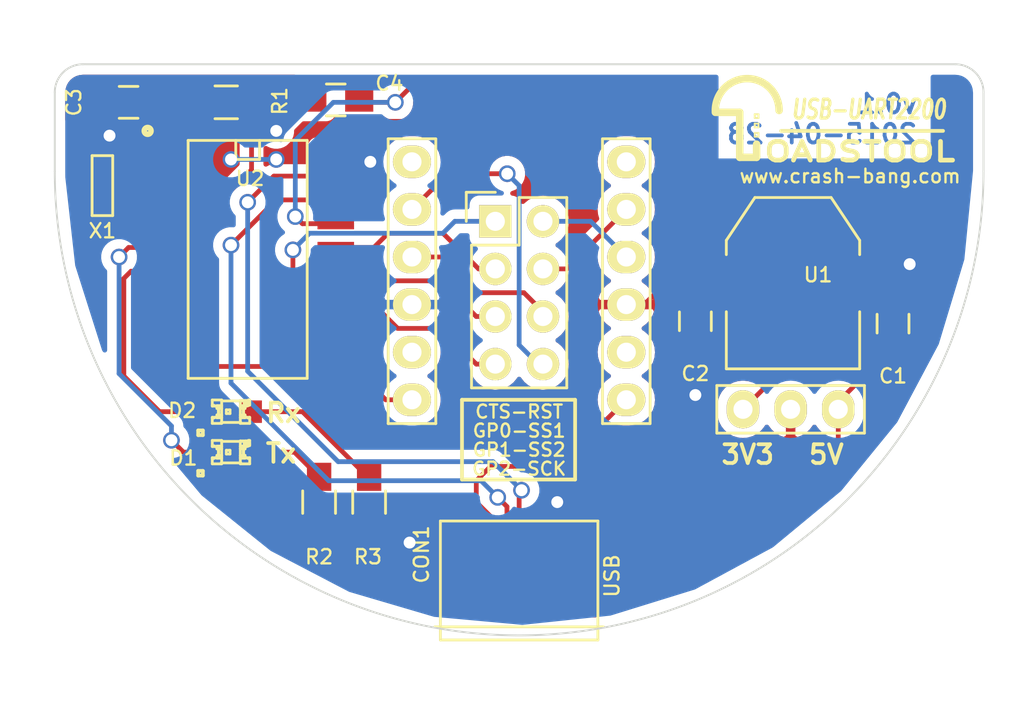
<source format=kicad_pcb>
(kicad_pcb (version 4) (host pcbnew "(2015-04-22 BZR 5620)-product")

  (general
    (links 46)
    (no_connects 0)
    (area 180.594 91.658 244.065097 132.842001)
    (thickness 1.6)
    (drawings 21)
    (tracks 183)
    (zones 0)
    (modules 18)
    (nets 34)
  )

  (page A4)
  (title_block
    (title "Toadstool CAP Template")
    (rev 1.0)
    (company "Crash-Bang Prototyping")
  )

  (layers
    (0 F.Cu signal)
    (31 B.Cu signal)
    (32 B.Adhes user)
    (33 F.Adhes user)
    (34 B.Paste user)
    (35 F.Paste user)
    (36 B.SilkS user)
    (37 F.SilkS user)
    (38 B.Mask user)
    (39 F.Mask user)
    (40 Dwgs.User user)
    (41 Cmts.User user)
    (42 Eco1.User user)
    (43 Eco2.User user)
    (44 Edge.Cuts user)
    (45 Margin user)
    (46 B.CrtYd user)
    (47 F.CrtYd user)
    (48 B.Fab user)
    (49 F.Fab user)
  )

  (setup
    (last_trace_width 0.254)
    (trace_clearance 0.254)
    (zone_clearance 0.508)
    (zone_45_only no)
    (trace_min 0.254)
    (segment_width 0.2)
    (edge_width 0.1)
    (via_size 0.889)
    (via_drill 0.635)
    (via_min_size 0.889)
    (via_min_drill 0.508)
    (uvia_size 0.508)
    (uvia_drill 0.127)
    (uvias_allowed no)
    (uvia_min_size 0.508)
    (uvia_min_drill 0.127)
    (pcb_text_width 0.3)
    (pcb_text_size 1.5 1.5)
    (mod_edge_width 0.2)
    (mod_text_size 1 1)
    (mod_text_width 0.15)
    (pad_size 1.7272 2.032)
    (pad_drill 1.016)
    (pad_to_mask_clearance 0)
    (aux_axis_origin 0 0)
    (visible_elements 7FFFFFFF)
    (pcbplotparams
      (layerselection 0x010e0_80000001)
      (usegerberextensions true)
      (excludeedgelayer true)
      (linewidth 0.100000)
      (plotframeref false)
      (viasonmask false)
      (mode 1)
      (useauxorigin false)
      (hpglpennumber 1)
      (hpglpenspeed 20)
      (hpglpendiameter 15)
      (hpglpenoverlay 2)
      (psnegative false)
      (psa4output false)
      (plotreference true)
      (plotvalue true)
      (plotinvisibletext false)
      (padsonsilk false)
      (subtractmaskfromsilk false)
      (outputformat 1)
      (mirror false)
      (drillshape 0)
      (scaleselection 1)
      (outputdirectory Gerber/))
  )

  (net 0 "")
  (net 1 GND)
  (net 2 VCC)
  (net 3 +5V)
  (net 4 +3V3)
  (net 5 "Net-(D1-Pad1)")
  (net 6 "Net-(D1-Pad2)")
  (net 7 "Net-(D2-Pad1)")
  (net 8 "Net-(D2-Pad2)")
  (net 9 "Net-(K1-Pad1)")
  (net 10 /SCK)
  (net 11 /SS2)
  (net 12 "Net-(K1-Pad5)")
  (net 13 /TXD)
  (net 14 "Net-(K2-Pad1)")
  (net 15 /SS1)
  (net 16 /RST)
  (net 17 "Net-(K2-Pad5)")
  (net 18 /RXD)
  (net 19 /CTS)
  (net 20 /GP0)
  (net 21 /GP1)
  (net 22 /GP2)
  (net 23 "Net-(R1-Pad2)")
  (net 24 "Net-(CON1-Pad3)")
  (net 25 "Net-(CON1-Pad2)")
  (net 26 "Net-(U2-Pad11)")
  (net 27 "Net-(U2-Pad9)")
  (net 28 "Net-(U2-Pad8)")
  (net 29 "Net-(U2-Pad7)")
  (net 30 "Net-(U2-Pad3)")
  (net 31 "Net-(U2-Pad2)")
  (net 32 "Net-(CON1-Pad6)")
  (net 33 "Net-(CON1-Pad4)")

  (net_class Default "This is the default net class."
    (clearance 0.254)
    (trace_width 0.254)
    (via_dia 0.889)
    (via_drill 0.635)
    (uvia_dia 0.508)
    (uvia_drill 0.127)
    (add_net +3V3)
    (add_net +5V)
    (add_net /CTS)
    (add_net /GP0)
    (add_net /GP1)
    (add_net /GP2)
    (add_net /RST)
    (add_net /RXD)
    (add_net /SCK)
    (add_net /SS1)
    (add_net /SS2)
    (add_net /TXD)
    (add_net GND)
    (add_net "Net-(CON1-Pad2)")
    (add_net "Net-(CON1-Pad3)")
    (add_net "Net-(CON1-Pad4)")
    (add_net "Net-(CON1-Pad6)")
    (add_net "Net-(D1-Pad1)")
    (add_net "Net-(D1-Pad2)")
    (add_net "Net-(D2-Pad1)")
    (add_net "Net-(D2-Pad2)")
    (add_net "Net-(K1-Pad1)")
    (add_net "Net-(K1-Pad5)")
    (add_net "Net-(K2-Pad1)")
    (add_net "Net-(K2-Pad5)")
    (add_net "Net-(R1-Pad2)")
    (add_net "Net-(U2-Pad11)")
    (add_net "Net-(U2-Pad2)")
    (add_net "Net-(U2-Pad3)")
    (add_net "Net-(U2-Pad7)")
    (add_net "Net-(U2-Pad8)")
    (add_net "Net-(U2-Pad9)")
    (add_net VCC)
  )

  (module Toadstool:Toadstool_Logo (layer F.Cu) (tedit 55311D85) (tstamp 54A98245)
    (at 225.044 101.092)
    (fp_text reference Toadstool_Logo (at 12.954 1.524) (layer F.SilkS) hide
      (effects (font (size 1 1) (thickness 0.15)))
    )
    (fp_text value LOGO** (at -0.254 -3.683) (layer F.SilkS) hide
      (effects (font (size 1 1) (thickness 0.15)))
    )
    (fp_line (start -4.2 0.2) (end -4.2 0) (layer F.SilkS) (width 0.1))
    (fp_line (start -4.2 0) (end -4 0) (layer F.SilkS) (width 0.1))
    (fp_line (start -4 0) (end -4 0.2) (layer F.SilkS) (width 0.1))
    (fp_line (start -4 0.2) (end -4.2 0.2) (layer F.SilkS) (width 0.1))
    (fp_line (start -4.2 0.7) (end -4.2 0.5) (layer F.SilkS) (width 0.1))
    (fp_line (start -4.2 0.5) (end -4 0.5) (layer F.SilkS) (width 0.1))
    (fp_line (start -4 0.5) (end -4 0.7) (layer F.SilkS) (width 0.1))
    (fp_line (start -4 0.7) (end -4.2 0.7) (layer F.SilkS) (width 0.1))
    (fp_line (start -4.2 1.2) (end -4.2 1) (layer F.SilkS) (width 0.1))
    (fp_line (start -4.2 1) (end -4 1) (layer F.SilkS) (width 0.1))
    (fp_line (start -4 1) (end -4 1.2) (layer F.SilkS) (width 0.1))
    (fp_line (start -4 1.2) (end -4.2 1.2) (layer F.SilkS) (width 0.1))
    (fp_text user OADSTOOL (at 1.4 2) (layer F.SilkS)
      (effects (font (size 1 1.35) (thickness 0.25)))
    )
    (fp_line (start -5 2.3) (end -4.1 2.3) (layer F.SilkS) (width 0.4))
    (fp_line (start -4.1 2.3) (end -4.1 1.6) (layer F.SilkS) (width 0.4))
    (fp_line (start -5 -0.1) (end -5 2.3) (layer F.SilkS) (width 0.4))
    (fp_line (start -6.3 -0.1) (end -5 -0.1) (layer F.SilkS) (width 0.4))
    (fp_arc (start -4.6 -0.2) (end -6.3 -0.2) (angle 180) (layer F.SilkS) (width 0.4))
  )

  (module Toadstool:Socket_Strip_Stackable_1x06 (layer F.Cu) (tedit 553F93B8) (tstamp 55178E1B)
    (at 202.565 103.632 270)
    (descr "Through hole socket strip")
    (tags "socket strip")
    (path /5511B90D)
    (fp_text reference K1 (at -2.286 1.016 360) (layer F.SilkS) hide
      (effects (font (size 0.762 0.762) (thickness 0.125)))
    )
    (fp_text value CAP_CONN_LHS (at 6.604 2.54 270) (layer F.SilkS) hide
      (effects (font (size 1 1) (thickness 0.15)))
    )
    (fp_line (start -1.75 -1.75) (end -1.75 1.75) (layer F.CrtYd) (width 0.05))
    (fp_line (start 14.45 -1.75) (end 14.45 1.75) (layer F.CrtYd) (width 0.05))
    (fp_line (start -1.75 -1.75) (end 14.45 -1.75) (layer F.CrtYd) (width 0.05))
    (fp_line (start -1.75 1.75) (end 14.45 1.75) (layer F.CrtYd) (width 0.05))
    (fp_line (start -1.22 1.27) (end 13.97 1.27) (layer F.SilkS) (width 0.15))
    (fp_line (start 13.97 1.27) (end 13.97 -1.27) (layer F.SilkS) (width 0.15))
    (fp_line (start 13.97 -1.27) (end -1.22 -1.27) (layer F.SilkS) (width 0.15))
    (fp_line (start -1.23 1.27) (end -1.23 -1.27) (layer F.SilkS) (width 0.15))
    (pad 1 thru_hole oval (at 0 0 270) (size 1.7272 2.032) (drill 1.016) (layers *.Cu *.Mask F.SilkS)
      (net 9 "Net-(K1-Pad1)"))
    (pad 2 thru_hole oval (at 2.54 0 270) (size 1.7272 2.032) (drill 1.016) (layers *.Cu *.Mask F.SilkS)
      (net 10 /SCK))
    (pad 3 thru_hole oval (at 5.08 0 270) (size 1.7272 2.032) (drill 1.016) (layers *.Cu *.Mask F.SilkS)
      (net 11 /SS2))
    (pad 4 thru_hole oval (at 7.62 0 270) (size 1.7272 2.032) (drill 1.016) (layers *.Cu *.Mask F.SilkS)
      (net 1 GND))
    (pad 5 thru_hole oval (at 10.16 0 270) (size 1.7272 2.032) (drill 1.016) (layers *.Cu *.Mask F.SilkS)
      (net 12 "Net-(K1-Pad5)"))
    (pad 6 thru_hole oval (at 12.7 0 270) (size 1.7272 2.032) (drill 1.016) (layers *.Cu *.Mask F.SilkS)
      (net 13 /TXD))
    (model "E:/OneDrive/KiCad Projects/3D Components/Socket_Strip_Stackable_1x06.wrl"
      (at (xyz 0.25 0 0))
      (scale (xyz 1 1 1))
      (rotate (xyz 0 0 180))
    )
  )

  (module Toadstool:Socket_Strip_Stackable_1x06 (layer F.Cu) (tedit 553F93BD) (tstamp 5511AFBD)
    (at 213.995 103.632 270)
    (descr "Through hole socket strip")
    (tags "socket strip")
    (path /5511B5B6)
    (fp_text reference K2 (at -2.286 -1.016 360) (layer F.SilkS) hide
      (effects (font (size 0.762 0.762) (thickness 0.125)))
    )
    (fp_text value CAP_CONN_RHS (at 6.35 -2.794 270) (layer F.SilkS) hide
      (effects (font (size 1 1) (thickness 0.15)))
    )
    (fp_line (start -1.75 -1.75) (end -1.75 1.75) (layer F.CrtYd) (width 0.05))
    (fp_line (start 14.45 -1.75) (end 14.45 1.75) (layer F.CrtYd) (width 0.05))
    (fp_line (start -1.75 -1.75) (end 14.45 -1.75) (layer F.CrtYd) (width 0.05))
    (fp_line (start -1.75 1.75) (end 14.45 1.75) (layer F.CrtYd) (width 0.05))
    (fp_line (start -1.22 1.27) (end 13.97 1.27) (layer F.SilkS) (width 0.15))
    (fp_line (start 13.97 1.27) (end 13.97 -1.27) (layer F.SilkS) (width 0.15))
    (fp_line (start 13.97 -1.27) (end -1.22 -1.27) (layer F.SilkS) (width 0.15))
    (fp_line (start -1.23 1.27) (end -1.23 -1.27) (layer F.SilkS) (width 0.15))
    (pad 1 thru_hole oval (at 0 0 270) (size 1.7272 2.032) (drill 1.016) (layers *.Cu *.Mask F.SilkS)
      (net 14 "Net-(K2-Pad1)"))
    (pad 2 thru_hole oval (at 2.54 0 270) (size 1.7272 2.032) (drill 1.016) (layers *.Cu *.Mask F.SilkS)
      (net 15 /SS1))
    (pad 3 thru_hole oval (at 5.08 0 270) (size 1.7272 2.032) (drill 1.016) (layers *.Cu *.Mask F.SilkS)
      (net 16 /RST))
    (pad 4 thru_hole oval (at 7.62 0 270) (size 1.7272 2.032) (drill 1.016) (layers *.Cu *.Mask F.SilkS)
      (net 2 VCC))
    (pad 5 thru_hole oval (at 10.16 0 270) (size 1.7272 2.032) (drill 1.016) (layers *.Cu *.Mask F.SilkS)
      (net 17 "Net-(K2-Pad5)"))
    (pad 6 thru_hole oval (at 12.7 0 270) (size 1.7272 2.032) (drill 1.016) (layers *.Cu *.Mask F.SilkS)
      (net 18 /RXD))
    (model "E:/OneDrive/KiCad Projects/3D Components/Socket_Strip_Stackable_1x06.wrl"
      (at (xyz 0.25 0 0))
      (scale (xyz 1 1 1))
      (rotate (xyz 0 0 180))
    )
  )

  (module Capacitors_SMD:C_0805_HandSoldering (layer F.Cu) (tedit 553F935C) (tstamp 553E42BF)
    (at 228.219 112.268 90)
    (descr "Capacitor SMD 0805, hand soldering")
    (tags "capacitor 0805")
    (path /553E2971)
    (attr smd)
    (fp_text reference C1 (at -2.794 0 180) (layer F.SilkS)
      (effects (font (size 0.762 0.762) (thickness 0.125)))
    )
    (fp_text value 100nF (at 0 2.1 90) (layer F.Fab) hide
      (effects (font (size 1 1) (thickness 0.15)))
    )
    (fp_line (start -2.3 -1) (end 2.3 -1) (layer F.CrtYd) (width 0.05))
    (fp_line (start -2.3 1) (end 2.3 1) (layer F.CrtYd) (width 0.05))
    (fp_line (start -2.3 -1) (end -2.3 1) (layer F.CrtYd) (width 0.05))
    (fp_line (start 2.3 -1) (end 2.3 1) (layer F.CrtYd) (width 0.05))
    (fp_line (start 0.5 -0.85) (end -0.5 -0.85) (layer F.SilkS) (width 0.15))
    (fp_line (start -0.5 0.85) (end 0.5 0.85) (layer F.SilkS) (width 0.15))
    (pad 1 smd rect (at -1.25 0 90) (size 1.5 1.25) (layers F.Cu F.Paste F.Mask)
      (net 3 +5V))
    (pad 2 smd rect (at 1.25 0 90) (size 1.5 1.25) (layers F.Cu F.Paste F.Mask)
      (net 1 GND))
    (model Capacitors_SMD.3dshapes/C_0805_HandSoldering.wrl
      (at (xyz 0 0 0))
      (scale (xyz 1 1 1))
      (rotate (xyz 0 0 0))
    )
  )

  (module Capacitors_SMD:C_0805_HandSoldering (layer F.Cu) (tedit 553F9371) (tstamp 553E42C5)
    (at 217.678 112.141 270)
    (descr "Capacitor SMD 0805, hand soldering")
    (tags "capacitor 0805")
    (path /553E29BA)
    (attr smd)
    (fp_text reference C2 (at 2.794 0 360) (layer F.SilkS)
      (effects (font (size 0.762 0.762) (thickness 0.125)))
    )
    (fp_text value 10uF (at 0 2.1 270) (layer F.Fab) hide
      (effects (font (size 1 1) (thickness 0.15)))
    )
    (fp_line (start -2.3 -1) (end 2.3 -1) (layer F.CrtYd) (width 0.05))
    (fp_line (start -2.3 1) (end 2.3 1) (layer F.CrtYd) (width 0.05))
    (fp_line (start -2.3 -1) (end -2.3 1) (layer F.CrtYd) (width 0.05))
    (fp_line (start 2.3 -1) (end 2.3 1) (layer F.CrtYd) (width 0.05))
    (fp_line (start 0.5 -0.85) (end -0.5 -0.85) (layer F.SilkS) (width 0.15))
    (fp_line (start -0.5 0.85) (end 0.5 0.85) (layer F.SilkS) (width 0.15))
    (pad 1 smd rect (at -1.25 0 270) (size 1.5 1.25) (layers F.Cu F.Paste F.Mask)
      (net 4 +3V3))
    (pad 2 smd rect (at 1.25 0 270) (size 1.5 1.25) (layers F.Cu F.Paste F.Mask)
      (net 1 GND))
    (model Capacitors_SMD.3dshapes/C_0805_HandSoldering.wrl
      (at (xyz 0 0 0))
      (scale (xyz 1 1 1))
      (rotate (xyz 0 0 0))
    )
  )

  (module Capacitors_SMD:C_0805_HandSoldering (layer F.Cu) (tedit 553E43FC) (tstamp 553E42CB)
    (at 187.452 100.457)
    (descr "Capacitor SMD 0805, hand soldering")
    (tags "capacitor 0805")
    (path /553DF1AD)
    (attr smd)
    (fp_text reference C3 (at -2.921 0 90) (layer F.SilkS)
      (effects (font (size 0.762 0.762) (thickness 0.125)))
    )
    (fp_text value 0.1uF (at 0.889 -7.62) (layer F.Fab) hide
      (effects (font (size 1 1) (thickness 0.15)))
    )
    (fp_line (start -2.3 -1) (end 2.3 -1) (layer F.CrtYd) (width 0.05))
    (fp_line (start -2.3 1) (end 2.3 1) (layer F.CrtYd) (width 0.05))
    (fp_line (start -2.3 -1) (end -2.3 1) (layer F.CrtYd) (width 0.05))
    (fp_line (start 2.3 -1) (end 2.3 1) (layer F.CrtYd) (width 0.05))
    (fp_line (start 0.5 -0.85) (end -0.5 -0.85) (layer F.SilkS) (width 0.15))
    (fp_line (start -0.5 0.85) (end 0.5 0.85) (layer F.SilkS) (width 0.15))
    (pad 1 smd rect (at -1.25 0) (size 1.5 1.25) (layers F.Cu F.Paste F.Mask)
      (net 1 GND))
    (pad 2 smd rect (at 1.25 0) (size 1.5 1.25) (layers F.Cu F.Paste F.Mask)
      (net 2 VCC))
    (model Capacitors_SMD.3dshapes/C_0805_HandSoldering.wrl
      (at (xyz 0 0 0))
      (scale (xyz 1 1 1))
      (rotate (xyz 0 0 0))
    )
  )

  (module Capacitors_SMD:C_0805_HandSoldering (layer F.Cu) (tedit 553F97FA) (tstamp 553E42D1)
    (at 198.501 100.33 180)
    (descr "Capacitor SMD 0805, hand soldering")
    (tags "capacitor 0805")
    (path /553D1D14)
    (attr smd)
    (fp_text reference C4 (at -2.8575 0.889 180) (layer F.SilkS)
      (effects (font (size 0.762 0.762) (thickness 0.125)))
    )
    (fp_text value 0.1uF (at 0 2.1 180) (layer F.Fab) hide
      (effects (font (size 1 1) (thickness 0.15)))
    )
    (fp_line (start -2.3 -1) (end 2.3 -1) (layer F.CrtYd) (width 0.05))
    (fp_line (start -2.3 1) (end 2.3 1) (layer F.CrtYd) (width 0.05))
    (fp_line (start -2.3 -1) (end -2.3 1) (layer F.CrtYd) (width 0.05))
    (fp_line (start 2.3 -1) (end 2.3 1) (layer F.CrtYd) (width 0.05))
    (fp_line (start 0.5 -0.85) (end -0.5 -0.85) (layer F.SilkS) (width 0.15))
    (fp_line (start -0.5 0.85) (end 0.5 0.85) (layer F.SilkS) (width 0.15))
    (pad 1 smd rect (at -1.25 0 180) (size 1.5 1.25) (layers F.Cu F.Paste F.Mask)
      (net 4 +3V3))
    (pad 2 smd rect (at 1.25 0 180) (size 1.5 1.25) (layers F.Cu F.Paste F.Mask)
      (net 1 GND))
    (model Capacitors_SMD.3dshapes/C_0805_HandSoldering.wrl
      (at (xyz 0 0 0))
      (scale (xyz 1 1 1))
      (rotate (xyz 0 0 0))
    )
  )

  (module Toadstool:LED-0805 (layer F.Cu) (tedit 553F97D2) (tstamp 553E42D7)
    (at 192.913 119.126)
    (descr "LED 0805 smd package")
    (tags "LED 0805 SMD")
    (path /553DE9AF)
    (attr smd)
    (fp_text reference D1 (at -2.54 0.3175) (layer F.SilkS)
      (effects (font (size 0.762 0.762) (thickness 0.127)))
    )
    (fp_text value Tx (at 2.667 0.0635) (layer F.SilkS)
      (effects (font (size 1 1) (thickness 0.2)))
    )
    (fp_line (start -1.75 1) (end -1.5 1) (layer F.SilkS) (width 0.2))
    (fp_line (start -1.5 1) (end -1.5 1.25) (layer F.SilkS) (width 0.2))
    (fp_line (start -1.5 1.25) (end -1.75 1.25) (layer F.SilkS) (width 0.2))
    (fp_line (start -1.75 1.25) (end -1.75 1) (layer F.SilkS) (width 0.2))
    (fp_line (start 0.49784 0.29972) (end 0.49784 0.62484) (layer F.SilkS) (width 0.15))
    (fp_line (start 0.49784 0.62484) (end 0.99822 0.62484) (layer F.SilkS) (width 0.15))
    (fp_line (start 0.99822 0.29972) (end 0.99822 0.62484) (layer F.SilkS) (width 0.15))
    (fp_line (start 0.49784 0.29972) (end 0.99822 0.29972) (layer F.SilkS) (width 0.15))
    (fp_line (start 0.49784 -0.32258) (end 0.49784 -0.17272) (layer F.SilkS) (width 0.15))
    (fp_line (start 0.49784 -0.17272) (end 0.7493 -0.17272) (layer F.SilkS) (width 0.15))
    (fp_line (start 0.7493 -0.32258) (end 0.7493 -0.17272) (layer F.SilkS) (width 0.15))
    (fp_line (start 0.49784 -0.32258) (end 0.7493 -0.32258) (layer F.SilkS) (width 0.15))
    (fp_line (start 0.49784 0.17272) (end 0.49784 0.32258) (layer F.SilkS) (width 0.15))
    (fp_line (start 0.49784 0.32258) (end 0.7493 0.32258) (layer F.SilkS) (width 0.15))
    (fp_line (start 0.7493 0.17272) (end 0.7493 0.32258) (layer F.SilkS) (width 0.15))
    (fp_line (start 0.49784 0.17272) (end 0.7493 0.17272) (layer F.SilkS) (width 0.15))
    (fp_line (start 0.49784 -0.19812) (end 0.49784 0.19812) (layer F.SilkS) (width 0.15))
    (fp_line (start 0.49784 0.19812) (end 0.6731 0.19812) (layer F.SilkS) (width 0.15))
    (fp_line (start 0.6731 -0.19812) (end 0.6731 0.19812) (layer F.SilkS) (width 0.15))
    (fp_line (start 0.49784 -0.19812) (end 0.6731 -0.19812) (layer F.SilkS) (width 0.15))
    (fp_line (start -0.99822 0.29972) (end -0.99822 0.62484) (layer F.SilkS) (width 0.15))
    (fp_line (start -0.99822 0.62484) (end -0.49784 0.62484) (layer F.SilkS) (width 0.15))
    (fp_line (start -0.49784 0.29972) (end -0.49784 0.62484) (layer F.SilkS) (width 0.15))
    (fp_line (start -0.99822 0.29972) (end -0.49784 0.29972) (layer F.SilkS) (width 0.15))
    (fp_line (start -0.99822 -0.62484) (end -0.99822 -0.29972) (layer F.SilkS) (width 0.15))
    (fp_line (start -0.99822 -0.29972) (end -0.49784 -0.29972) (layer F.SilkS) (width 0.15))
    (fp_line (start -0.49784 -0.62484) (end -0.49784 -0.29972) (layer F.SilkS) (width 0.15))
    (fp_line (start -0.99822 -0.62484) (end -0.49784 -0.62484) (layer F.SilkS) (width 0.15))
    (fp_line (start -0.7493 0.17272) (end -0.7493 0.32258) (layer F.SilkS) (width 0.15))
    (fp_line (start -0.7493 0.32258) (end -0.49784 0.32258) (layer F.SilkS) (width 0.15))
    (fp_line (start -0.49784 0.17272) (end -0.49784 0.32258) (layer F.SilkS) (width 0.15))
    (fp_line (start -0.7493 0.17272) (end -0.49784 0.17272) (layer F.SilkS) (width 0.15))
    (fp_line (start -0.7493 -0.32258) (end -0.7493 -0.17272) (layer F.SilkS) (width 0.15))
    (fp_line (start -0.7493 -0.17272) (end -0.49784 -0.17272) (layer F.SilkS) (width 0.15))
    (fp_line (start -0.49784 -0.32258) (end -0.49784 -0.17272) (layer F.SilkS) (width 0.15))
    (fp_line (start -0.7493 -0.32258) (end -0.49784 -0.32258) (layer F.SilkS) (width 0.15))
    (fp_line (start -0.6731 -0.19812) (end -0.6731 0.19812) (layer F.SilkS) (width 0.15))
    (fp_line (start -0.6731 0.19812) (end -0.49784 0.19812) (layer F.SilkS) (width 0.15))
    (fp_line (start -0.49784 -0.19812) (end -0.49784 0.19812) (layer F.SilkS) (width 0.15))
    (fp_line (start -0.6731 -0.19812) (end -0.49784 -0.19812) (layer F.SilkS) (width 0.15))
    (fp_line (start -0.25 -0.09906) (end -0.25 0.09906) (layer F.SilkS) (width 0.15))
    (fp_line (start -0.25 0.09906) (end -0.05188 0.09906) (layer F.SilkS) (width 0.15))
    (fp_line (start -0.05188 -0.09906) (end -0.05188 0.09906) (layer F.SilkS) (width 0.15))
    (fp_line (start -0.25 -0.09906) (end -0.05188 -0.09906) (layer F.SilkS) (width 0.15))
    (fp_line (start 0.49784 -0.59944) (end 0.49784 -0.29972) (layer F.SilkS) (width 0.15))
    (fp_line (start 0.49784 -0.29972) (end 0.79756 -0.29972) (layer F.SilkS) (width 0.15))
    (fp_line (start 0.79756 -0.59944) (end 0.79756 -0.29972) (layer F.SilkS) (width 0.15))
    (fp_line (start 0.49784 -0.59944) (end 0.79756 -0.59944) (layer F.SilkS) (width 0.15))
    (fp_line (start 0.92456 -0.62484) (end 0.92456 -0.39878) (layer F.SilkS) (width 0.15))
    (fp_line (start 0.92456 -0.39878) (end 0.99822 -0.39878) (layer F.SilkS) (width 0.15))
    (fp_line (start 0.99822 -0.62484) (end 0.99822 -0.39878) (layer F.SilkS) (width 0.15))
    (fp_line (start 0.92456 -0.62484) (end 0.99822 -0.62484) (layer F.SilkS) (width 0.15))
    (fp_line (start 0.52324 0.57404) (end -0.52324 0.57404) (layer F.SilkS) (width 0.15))
    (fp_line (start -0.49784 -0.57404) (end 0.92456 -0.57404) (layer F.SilkS) (width 0.15))
    (fp_circle (center 0.84836 -0.44958) (end 0.89916 -0.50038) (layer F.SilkS) (width 0.15))
    (fp_arc (start 0.99822 0) (end 0.99822 0.34798) (angle 180) (layer F.SilkS) (width 0.15))
    (fp_arc (start -0.99822 0) (end -0.99822 -0.34798) (angle 180) (layer F.SilkS) (width 0.15))
    (pad 1 smd rect (at -1.04902 0) (size 1.19888 1.19888) (layers F.Cu F.Paste F.Mask)
      (net 5 "Net-(D1-Pad1)"))
    (pad 2 smd rect (at 1.04902 0) (size 1.19888 1.19888) (layers F.Cu F.Paste F.Mask)
      (net 6 "Net-(D1-Pad2)"))
    (model unused_3d.3dshapes/smd.led_0805.wrl
      (at (xyz 0 0 0))
      (scale (xyz 0.337 0.337 0.337))
      (rotate (xyz 0 0 0))
    )
  )

  (module Toadstool:LED-0805 (layer F.Cu) (tedit 553F97D6) (tstamp 553E42DD)
    (at 192.913 116.967)
    (descr "LED 0805 smd package")
    (tags "LED 0805 SMD")
    (path /553DEA52)
    (attr smd)
    (fp_text reference D2 (at -2.6035 -0.0635) (layer F.SilkS)
      (effects (font (size 0.762 0.762) (thickness 0.127)))
    )
    (fp_text value Rx (at 2.794 0.0635) (layer F.SilkS)
      (effects (font (size 1 1) (thickness 0.2)))
    )
    (fp_line (start -1.75 1) (end -1.5 1) (layer F.SilkS) (width 0.2))
    (fp_line (start -1.5 1) (end -1.5 1.25) (layer F.SilkS) (width 0.2))
    (fp_line (start -1.5 1.25) (end -1.75 1.25) (layer F.SilkS) (width 0.2))
    (fp_line (start -1.75 1.25) (end -1.75 1) (layer F.SilkS) (width 0.2))
    (fp_line (start 0.49784 0.29972) (end 0.49784 0.62484) (layer F.SilkS) (width 0.15))
    (fp_line (start 0.49784 0.62484) (end 0.99822 0.62484) (layer F.SilkS) (width 0.15))
    (fp_line (start 0.99822 0.29972) (end 0.99822 0.62484) (layer F.SilkS) (width 0.15))
    (fp_line (start 0.49784 0.29972) (end 0.99822 0.29972) (layer F.SilkS) (width 0.15))
    (fp_line (start 0.49784 -0.32258) (end 0.49784 -0.17272) (layer F.SilkS) (width 0.15))
    (fp_line (start 0.49784 -0.17272) (end 0.7493 -0.17272) (layer F.SilkS) (width 0.15))
    (fp_line (start 0.7493 -0.32258) (end 0.7493 -0.17272) (layer F.SilkS) (width 0.15))
    (fp_line (start 0.49784 -0.32258) (end 0.7493 -0.32258) (layer F.SilkS) (width 0.15))
    (fp_line (start 0.49784 0.17272) (end 0.49784 0.32258) (layer F.SilkS) (width 0.15))
    (fp_line (start 0.49784 0.32258) (end 0.7493 0.32258) (layer F.SilkS) (width 0.15))
    (fp_line (start 0.7493 0.17272) (end 0.7493 0.32258) (layer F.SilkS) (width 0.15))
    (fp_line (start 0.49784 0.17272) (end 0.7493 0.17272) (layer F.SilkS) (width 0.15))
    (fp_line (start 0.49784 -0.19812) (end 0.49784 0.19812) (layer F.SilkS) (width 0.15))
    (fp_line (start 0.49784 0.19812) (end 0.6731 0.19812) (layer F.SilkS) (width 0.15))
    (fp_line (start 0.6731 -0.19812) (end 0.6731 0.19812) (layer F.SilkS) (width 0.15))
    (fp_line (start 0.49784 -0.19812) (end 0.6731 -0.19812) (layer F.SilkS) (width 0.15))
    (fp_line (start -0.99822 0.29972) (end -0.99822 0.62484) (layer F.SilkS) (width 0.15))
    (fp_line (start -0.99822 0.62484) (end -0.49784 0.62484) (layer F.SilkS) (width 0.15))
    (fp_line (start -0.49784 0.29972) (end -0.49784 0.62484) (layer F.SilkS) (width 0.15))
    (fp_line (start -0.99822 0.29972) (end -0.49784 0.29972) (layer F.SilkS) (width 0.15))
    (fp_line (start -0.99822 -0.62484) (end -0.99822 -0.29972) (layer F.SilkS) (width 0.15))
    (fp_line (start -0.99822 -0.29972) (end -0.49784 -0.29972) (layer F.SilkS) (width 0.15))
    (fp_line (start -0.49784 -0.62484) (end -0.49784 -0.29972) (layer F.SilkS) (width 0.15))
    (fp_line (start -0.99822 -0.62484) (end -0.49784 -0.62484) (layer F.SilkS) (width 0.15))
    (fp_line (start -0.7493 0.17272) (end -0.7493 0.32258) (layer F.SilkS) (width 0.15))
    (fp_line (start -0.7493 0.32258) (end -0.49784 0.32258) (layer F.SilkS) (width 0.15))
    (fp_line (start -0.49784 0.17272) (end -0.49784 0.32258) (layer F.SilkS) (width 0.15))
    (fp_line (start -0.7493 0.17272) (end -0.49784 0.17272) (layer F.SilkS) (width 0.15))
    (fp_line (start -0.7493 -0.32258) (end -0.7493 -0.17272) (layer F.SilkS) (width 0.15))
    (fp_line (start -0.7493 -0.17272) (end -0.49784 -0.17272) (layer F.SilkS) (width 0.15))
    (fp_line (start -0.49784 -0.32258) (end -0.49784 -0.17272) (layer F.SilkS) (width 0.15))
    (fp_line (start -0.7493 -0.32258) (end -0.49784 -0.32258) (layer F.SilkS) (width 0.15))
    (fp_line (start -0.6731 -0.19812) (end -0.6731 0.19812) (layer F.SilkS) (width 0.15))
    (fp_line (start -0.6731 0.19812) (end -0.49784 0.19812) (layer F.SilkS) (width 0.15))
    (fp_line (start -0.49784 -0.19812) (end -0.49784 0.19812) (layer F.SilkS) (width 0.15))
    (fp_line (start -0.6731 -0.19812) (end -0.49784 -0.19812) (layer F.SilkS) (width 0.15))
    (fp_line (start -0.25 -0.09906) (end -0.25 0.09906) (layer F.SilkS) (width 0.15))
    (fp_line (start -0.25 0.09906) (end -0.05188 0.09906) (layer F.SilkS) (width 0.15))
    (fp_line (start -0.05188 -0.09906) (end -0.05188 0.09906) (layer F.SilkS) (width 0.15))
    (fp_line (start -0.25 -0.09906) (end -0.05188 -0.09906) (layer F.SilkS) (width 0.15))
    (fp_line (start 0.49784 -0.59944) (end 0.49784 -0.29972) (layer F.SilkS) (width 0.15))
    (fp_line (start 0.49784 -0.29972) (end 0.79756 -0.29972) (layer F.SilkS) (width 0.15))
    (fp_line (start 0.79756 -0.59944) (end 0.79756 -0.29972) (layer F.SilkS) (width 0.15))
    (fp_line (start 0.49784 -0.59944) (end 0.79756 -0.59944) (layer F.SilkS) (width 0.15))
    (fp_line (start 0.92456 -0.62484) (end 0.92456 -0.39878) (layer F.SilkS) (width 0.15))
    (fp_line (start 0.92456 -0.39878) (end 0.99822 -0.39878) (layer F.SilkS) (width 0.15))
    (fp_line (start 0.99822 -0.62484) (end 0.99822 -0.39878) (layer F.SilkS) (width 0.15))
    (fp_line (start 0.92456 -0.62484) (end 0.99822 -0.62484) (layer F.SilkS) (width 0.15))
    (fp_line (start 0.52324 0.57404) (end -0.52324 0.57404) (layer F.SilkS) (width 0.15))
    (fp_line (start -0.49784 -0.57404) (end 0.92456 -0.57404) (layer F.SilkS) (width 0.15))
    (fp_circle (center 0.84836 -0.44958) (end 0.89916 -0.50038) (layer F.SilkS) (width 0.15))
    (fp_arc (start 0.99822 0) (end 0.99822 0.34798) (angle 180) (layer F.SilkS) (width 0.15))
    (fp_arc (start -0.99822 0) (end -0.99822 -0.34798) (angle 180) (layer F.SilkS) (width 0.15))
    (pad 1 smd rect (at -1.04902 0) (size 1.19888 1.19888) (layers F.Cu F.Paste F.Mask)
      (net 7 "Net-(D2-Pad1)"))
    (pad 2 smd rect (at 1.04902 0) (size 1.19888 1.19888) (layers F.Cu F.Paste F.Mask)
      (net 8 "Net-(D2-Pad2)"))
    (model unused_3d.3dshapes/smd.led_0805.wrl
      (at (xyz 0 0 0))
      (scale (xyz 0.337 0.337 0.337))
      (rotate (xyz 0 0 0))
    )
  )

  (module Toadstool:Pin_Header_Straight_1x03 (layer F.Cu) (tedit 553F92D3) (tstamp 553E42E4)
    (at 225.298 116.84 270)
    (descr "Through hole pin header")
    (tags "pin header")
    (path /553E170A)
    (fp_text reference K3 (at 0 -2.413 270) (layer F.SilkS) hide
      (effects (font (size 0.762 0.762) (thickness 0.125)))
    )
    (fp_text value V_SELECT (at -2.286 -3.175 270) (layer F.Fab) hide
      (effects (font (size 1 1) (thickness 0.15)))
    )
    (fp_line (start -1.75 -1.75) (end -1.75 6.85) (layer F.CrtYd) (width 0.05))
    (fp_line (start 1.75 -1.75) (end 1.75 6.85) (layer F.CrtYd) (width 0.05))
    (fp_line (start -1.75 -1.75) (end 1.75 -1.75) (layer F.CrtYd) (width 0.05))
    (fp_line (start -1.75 6.85) (end 1.75 6.85) (layer F.CrtYd) (width 0.05))
    (fp_line (start -1.27 -1.397) (end -1.27 6.477) (layer F.SilkS) (width 0.15))
    (fp_line (start -1.27 6.477) (end 1.27 6.477) (layer F.SilkS) (width 0.15))
    (fp_line (start 1.27 6.477) (end 1.27 -1.397) (layer F.SilkS) (width 0.15))
    (fp_line (start 1.27 -1.397) (end -1.27 -1.397) (layer F.SilkS) (width 0.15))
    (pad 1 thru_hole oval (at 0 0 270) (size 2.032 1.7272) (drill 1.016) (layers *.Cu *.Mask F.SilkS)
      (net 3 +5V))
    (pad 2 thru_hole oval (at 0 2.54 270) (size 2.032 1.7272) (drill 1.016) (layers *.Cu *.Mask F.SilkS)
      (net 2 VCC))
    (pad 3 thru_hole oval (at 0 5.08 270) (size 2.032 1.7272) (drill 1.016) (layers *.Cu *.Mask F.SilkS)
      (net 4 +3V3))
    (model Pin_Headers.3dshapes/Pin_Header_Straight_1x03.wrl
      (at (xyz 0 -0.1 0))
      (scale (xyz 1 1 1))
      (rotate (xyz 0 0 90))
    )
  )

  (module Resistors_SMD:R_0805_HandSoldering (layer F.Cu) (tedit 553F93AE) (tstamp 553E42F6)
    (at 192.659 100.457)
    (descr "Resistor SMD 0805, hand soldering")
    (tags "resistor 0805")
    (path /553D1D66)
    (attr smd)
    (fp_text reference R1 (at 2.8575 -0.0635 270) (layer F.SilkS)
      (effects (font (size 0.762 0.762) (thickness 0.125)))
    )
    (fp_text value 10k (at -0.127 -3.81) (layer F.Fab) hide
      (effects (font (size 1 1) (thickness 0.15)))
    )
    (fp_line (start -2.4 -1) (end 2.4 -1) (layer F.CrtYd) (width 0.05))
    (fp_line (start -2.4 1) (end 2.4 1) (layer F.CrtYd) (width 0.05))
    (fp_line (start -2.4 -1) (end -2.4 1) (layer F.CrtYd) (width 0.05))
    (fp_line (start 2.4 -1) (end 2.4 1) (layer F.CrtYd) (width 0.05))
    (fp_line (start 0.6 0.875) (end -0.6 0.875) (layer F.SilkS) (width 0.15))
    (fp_line (start -0.6 -0.875) (end 0.6 -0.875) (layer F.SilkS) (width 0.15))
    (pad 1 smd rect (at -1.35 0) (size 1.5 1.3) (layers F.Cu F.Paste F.Mask)
      (net 2 VCC))
    (pad 2 smd rect (at 1.35 0) (size 1.5 1.3) (layers F.Cu F.Paste F.Mask)
      (net 23 "Net-(R1-Pad2)"))
    (model Resistors_SMD.3dshapes/R_0805_HandSoldering.wrl
      (at (xyz 0 0 0))
      (scale (xyz 1 1 1))
      (rotate (xyz 0 0 0))
    )
  )

  (module Resistors_SMD:R_0805_HandSoldering (layer F.Cu) (tedit 553F9309) (tstamp 553E42FC)
    (at 197.612 121.793 270)
    (descr "Resistor SMD 0805, hand soldering")
    (tags "resistor 0805")
    (path /553DED3E)
    (attr smd)
    (fp_text reference R2 (at 2.921 0 360) (layer F.SilkS)
      (effects (font (size 0.762 0.762) (thickness 0.125)))
    )
    (fp_text value R (at 0 2.1 270) (layer F.Fab) hide
      (effects (font (size 1 1) (thickness 0.15)))
    )
    (fp_line (start -2.4 -1) (end 2.4 -1) (layer F.CrtYd) (width 0.05))
    (fp_line (start -2.4 1) (end 2.4 1) (layer F.CrtYd) (width 0.05))
    (fp_line (start -2.4 -1) (end -2.4 1) (layer F.CrtYd) (width 0.05))
    (fp_line (start 2.4 -1) (end 2.4 1) (layer F.CrtYd) (width 0.05))
    (fp_line (start 0.6 0.875) (end -0.6 0.875) (layer F.SilkS) (width 0.15))
    (fp_line (start -0.6 -0.875) (end 0.6 -0.875) (layer F.SilkS) (width 0.15))
    (pad 1 smd rect (at -1.35 0 270) (size 1.5 1.3) (layers F.Cu F.Paste F.Mask)
      (net 6 "Net-(D1-Pad2)"))
    (pad 2 smd rect (at 1.35 0 270) (size 1.5 1.3) (layers F.Cu F.Paste F.Mask)
      (net 1 GND))
    (model Resistors_SMD.3dshapes/R_0805_HandSoldering.wrl
      (at (xyz 0 0 0))
      (scale (xyz 1 1 1))
      (rotate (xyz 0 0 0))
    )
  )

  (module Resistors_SMD:R_0805_HandSoldering (layer F.Cu) (tedit 553F9316) (tstamp 553E4302)
    (at 200.279 121.793 270)
    (descr "Resistor SMD 0805, hand soldering")
    (tags "resistor 0805")
    (path /553DECB3)
    (attr smd)
    (fp_text reference R3 (at 2.921 0.0635 360) (layer F.SilkS)
      (effects (font (size 0.762 0.762) (thickness 0.125)))
    )
    (fp_text value R (at 0 2.1 270) (layer F.Fab) hide
      (effects (font (size 1 1) (thickness 0.15)))
    )
    (fp_line (start -2.4 -1) (end 2.4 -1) (layer F.CrtYd) (width 0.05))
    (fp_line (start -2.4 1) (end 2.4 1) (layer F.CrtYd) (width 0.05))
    (fp_line (start -2.4 -1) (end -2.4 1) (layer F.CrtYd) (width 0.05))
    (fp_line (start 2.4 -1) (end 2.4 1) (layer F.CrtYd) (width 0.05))
    (fp_line (start 0.6 0.875) (end -0.6 0.875) (layer F.SilkS) (width 0.15))
    (fp_line (start -0.6 -0.875) (end 0.6 -0.875) (layer F.SilkS) (width 0.15))
    (pad 1 smd rect (at -1.35 0 270) (size 1.5 1.3) (layers F.Cu F.Paste F.Mask)
      (net 8 "Net-(D2-Pad2)"))
    (pad 2 smd rect (at 1.35 0 270) (size 1.5 1.3) (layers F.Cu F.Paste F.Mask)
      (net 1 GND))
    (model Resistors_SMD.3dshapes/R_0805_HandSoldering.wrl
      (at (xyz 0 0 0))
      (scale (xyz 1 1 1))
      (rotate (xyz 0 0 0))
    )
  )

  (module Toadstool:SOT-223 (layer F.Cu) (tedit 553F9382) (tstamp 553E430A)
    (at 222.885 110.109)
    (descr "module CMS SOT223 4 pins")
    (tags "CMS SOT")
    (path /553E2632)
    (attr smd)
    (fp_text reference U1 (at 1.3335 -0.4445 180) (layer F.SilkS)
      (effects (font (size 0.762 0.762) (thickness 0.127)))
    )
    (fp_text value LD1117S33TR (at 0 0.762) (layer F.Fab) hide
      (effects (font (size 1.016 1.016) (thickness 0.2032)))
    )
    (fp_line (start -3.556 1.524) (end -3.556 4.572) (layer F.SilkS) (width 0.15))
    (fp_line (start -3.556 4.572) (end 3.556 4.572) (layer F.SilkS) (width 0.15))
    (fp_line (start 3.556 4.572) (end 3.556 1.524) (layer F.SilkS) (width 0.15))
    (fp_line (start -3.556 -1.524) (end -3.556 -2.286) (layer F.SilkS) (width 0.15))
    (fp_line (start -3.556 -2.286) (end -2.032 -4.572) (layer F.SilkS) (width 0.15))
    (fp_line (start -2.032 -4.572) (end 2.032 -4.572) (layer F.SilkS) (width 0.15))
    (fp_line (start 2.032 -4.572) (end 3.556 -2.286) (layer F.SilkS) (width 0.15))
    (fp_line (start 3.556 -2.286) (end 3.556 -1.524) (layer F.SilkS) (width 0.15))
    (pad 2 smd rect (at 0 -3.302) (size 3.6576 2.032) (layers F.Cu F.Paste F.Mask)
      (net 4 +3V3))
    (pad 2 smd rect (at 0 3.302) (size 1.016 2.032) (layers F.Cu F.Paste F.Mask)
      (net 4 +3V3))
    (pad 3 smd rect (at 2.286 3.302) (size 1.016 2.032) (layers F.Cu F.Paste F.Mask)
      (net 3 +5V))
    (pad 1 smd rect (at -2.286 3.302) (size 1.016 2.032) (layers F.Cu F.Paste F.Mask)
      (net 1 GND))
    (model SMD_Packages.3dshapes/SOT-223.wrl
      (at (xyz 0 0 0))
      (scale (xyz 0.4 0.4 0.4))
      (rotate (xyz 0 0 0))
    )
  )

  (module Toadstool:SOIC-W-20 (layer F.Cu) (tedit 553F939C) (tstamp 553E4322)
    (at 193.802 108.839 270)
    (path /553D0E1C)
    (attr smd)
    (fp_text reference U2 (at -4.318 -0.127 360) (layer F.SilkS)
      (effects (font (size 0.762 0.762) (thickness 0.125)))
    )
    (fp_text value MCP2200 (at 0 1.143 270) (layer F.Fab) hide
      (effects (font (size 0.762 0.762) (thickness 0.125)))
    )
    (fp_circle (center -6.858 5.334) (end -6.731 5.461) (layer F.SilkS) (width 0.3))
    (fp_line (start 6.35 -3.175) (end 6.35 3.175) (layer F.SilkS) (width 0.15))
    (fp_line (start -6.35 -3.175) (end -6.35 3.175) (layer F.SilkS) (width 0.15))
    (fp_line (start 6.35 -3.175) (end -6.35 -3.175) (layer F.SilkS) (width 0.15))
    (fp_line (start -6.35 -0.635) (end -5.334 -0.635) (layer F.SilkS) (width 0.15))
    (fp_line (start -5.334 -0.635) (end -5.334 0.635) (layer F.SilkS) (width 0.15))
    (fp_line (start -5.334 0.635) (end -6.35 0.635) (layer F.SilkS) (width 0.15))
    (fp_line (start -6.35 3.175) (end 6.35 3.175) (layer F.SilkS) (width 0.15))
    (pad 20 smd rect (at -5.715 -4.699 270) (size 0.6 1.95) (layers F.Cu F.Paste F.Mask)
      (net 1 GND))
    (pad 19 smd rect (at -4.445 -4.699 270) (size 0.6 1.95) (layers F.Cu F.Paste F.Mask)
      (net 24 "Net-(CON1-Pad3)"))
    (pad 18 smd rect (at -3.175 -4.699 270) (size 0.6 1.95) (layers F.Cu F.Paste F.Mask)
      (net 25 "Net-(CON1-Pad2)"))
    (pad 17 smd rect (at -1.905 -4.699 270) (size 0.6 1.95) (layers F.Cu F.Paste F.Mask)
      (net 4 +3V3))
    (pad 16 smd rect (at -0.635 -4.699 270) (size 0.6 1.95) (layers F.Cu F.Paste F.Mask)
      (net 20 /GP0))
    (pad 15 smd rect (at 0.635 -4.699 270) (size 0.6 1.95) (layers F.Cu F.Paste F.Mask)
      (net 21 /GP1))
    (pad 14 smd rect (at 1.905 -4.699 270) (size 0.6 1.95) (layers F.Cu F.Paste F.Mask)
      (net 22 /GP2))
    (pad 13 smd rect (at 3.175 -4.699 270) (size 0.6 1.95) (layers F.Cu F.Paste F.Mask)
      (net 19 /CTS))
    (pad 12 smd rect (at 4.445 -4.7 270) (size 0.6 1.95) (layers F.Cu F.Paste F.Mask)
      (net 13 /TXD))
    (pad 11 smd rect (at 5.715 -4.7 270) (size 0.6 1.95) (layers F.Cu F.Paste F.Mask)
      (net 26 "Net-(U2-Pad11)"))
    (pad 10 smd rect (at 5.715 4.7 270) (size 0.6 1.95) (layers F.Cu F.Paste F.Mask)
      (net 18 /RXD))
    (pad 9 smd rect (at 4.445 4.7 270) (size 0.6 1.95) (layers F.Cu F.Paste F.Mask)
      (net 27 "Net-(U2-Pad9)"))
    (pad 8 smd rect (at 3.175 4.7 270) (size 0.6 1.95) (layers F.Cu F.Paste F.Mask)
      (net 28 "Net-(U2-Pad8)"))
    (pad 7 smd rect (at 1.905 4.7 270) (size 0.6 1.95) (layers F.Cu F.Paste F.Mask)
      (net 29 "Net-(U2-Pad7)"))
    (pad 6 smd rect (at 0.635 4.7 270) (size 0.6 1.95) (layers F.Cu F.Paste F.Mask)
      (net 7 "Net-(D2-Pad1)"))
    (pad 5 smd rect (at -0.635 4.7 270) (size 0.6 1.95) (layers F.Cu F.Paste F.Mask)
      (net 5 "Net-(D1-Pad1)"))
    (pad 4 smd rect (at -1.905 4.7 270) (size 0.6 1.95) (layers F.Cu F.Paste F.Mask)
      (net 23 "Net-(R1-Pad2)"))
    (pad 3 smd rect (at -3.175 4.7 270) (size 0.6 1.95) (layers F.Cu F.Paste F.Mask)
      (net 30 "Net-(U2-Pad3)"))
    (pad 2 smd rect (at -4.445 4.7 270) (size 0.6 1.95) (layers F.Cu F.Paste F.Mask)
      (net 31 "Net-(U2-Pad2)"))
    (pad 1 smd rect (at -5.715 4.7 270) (size 0.6 1.95) (layers F.Cu F.Paste F.Mask)
      (net 2 VCC))
    (model Housings_SOIC.3dshapes/SOIC-20_7.5x12.8mm_Pitch1.27mm.wrl
      (at (xyz 0 0 0))
      (scale (xyz 1 1 1))
      (rotate (xyz 0 0 -90))
    )
  )

  (module Toadstool:CAP_CHIP_3.2x1.3 (layer F.Cu) (tedit 553E4425) (tstamp 553E432D)
    (at 186.055 104.902 270)
    (tags "Cap Chip")
    (path /553E4BA1)
    (fp_text reference X1 (at 2.413 0 360) (layer F.SilkS)
      (effects (font (size 0.762 0.762) (thickness 0.125)))
    )
    (fp_text value 12MHz (at 0 1.905 270) (layer F.Fab) hide
      (effects (font (size 0.762 0.762) (thickness 0.125)))
    )
    (fp_line (start 1.6 -0.55) (end 1.6 0.55) (layer F.SilkS) (width 0.15))
    (fp_line (start -1.6 -0.55) (end -1.6 0.55) (layer F.SilkS) (width 0.15))
    (fp_line (start -1.6 0.55) (end 1.6 0.55) (layer F.SilkS) (width 0.15))
    (fp_line (start -1.6 -0.55) (end 1.6 -0.55) (layer F.SilkS) (width 0.15))
    (pad 3 smd rect (at 1.2 0 270) (size 0.4 2.1) (layers F.Cu F.Paste F.Mask)
      (net 30 "Net-(U2-Pad3)"))
    (pad 2 smd rect (at 0 0 270) (size 0.4 2.1) (layers F.Cu F.Paste F.Mask)
      (net 1 GND))
    (pad 1 smd rect (at -1.2 0 270) (size 0.4 2.1) (layers F.Cu F.Paste F.Mask)
      (net 31 "Net-(U2-Pad2)"))
  )

  (module Pin_Headers:Pin_Header_Straight_2x04 (layer F.Cu) (tedit 553E49E7) (tstamp 553E42F0)
    (at 207.01 106.807)
    (descr "Through hole pin header")
    (tags "pin header")
    (path /553E183E)
    (fp_text reference K4 (at 0 -5.1) (layer F.SilkS) hide
      (effects (font (size 1 1) (thickness 0.15)))
    )
    (fp_text value GPIO_Connect (at 0 -3.1) (layer F.Fab) hide
      (effects (font (size 1 1) (thickness 0.15)))
    )
    (fp_line (start -1.75 -1.75) (end -1.75 9.4) (layer F.CrtYd) (width 0.05))
    (fp_line (start 4.3 -1.75) (end 4.3 9.4) (layer F.CrtYd) (width 0.05))
    (fp_line (start -1.75 -1.75) (end 4.3 -1.75) (layer F.CrtYd) (width 0.05))
    (fp_line (start -1.75 9.4) (end 4.3 9.4) (layer F.CrtYd) (width 0.05))
    (fp_line (start -1.27 1.27) (end -1.27 8.89) (layer F.SilkS) (width 0.15))
    (fp_line (start -1.27 8.89) (end 3.81 8.89) (layer F.SilkS) (width 0.15))
    (fp_line (start 3.81 8.89) (end 3.81 -1.27) (layer F.SilkS) (width 0.15))
    (fp_line (start 3.81 -1.27) (end 1.27 -1.27) (layer F.SilkS) (width 0.15))
    (fp_line (start 0 -1.55) (end -1.55 -1.55) (layer F.SilkS) (width 0.15))
    (fp_line (start 1.27 -1.27) (end 1.27 1.27) (layer F.SilkS) (width 0.15))
    (fp_line (start 1.27 1.27) (end -1.27 1.27) (layer F.SilkS) (width 0.15))
    (fp_line (start -1.55 -1.55) (end -1.55 0) (layer F.SilkS) (width 0.15))
    (pad 1 thru_hole rect (at 0 0) (size 1.7272 1.7272) (drill 1.016) (layers *.Cu *.Mask F.SilkS)
      (net 19 /CTS))
    (pad 2 thru_hole oval (at 2.54 0) (size 1.7272 1.7272) (drill 1.016) (layers *.Cu *.Mask F.SilkS)
      (net 16 /RST))
    (pad 3 thru_hole oval (at 0 2.54) (size 1.7272 1.7272) (drill 1.016) (layers *.Cu *.Mask F.SilkS)
      (net 20 /GP0))
    (pad 4 thru_hole oval (at 2.54 2.54) (size 1.7272 1.7272) (drill 1.016) (layers *.Cu *.Mask F.SilkS)
      (net 15 /SS1))
    (pad 5 thru_hole oval (at 0 5.08) (size 1.7272 1.7272) (drill 1.016) (layers *.Cu *.Mask F.SilkS)
      (net 21 /GP1))
    (pad 6 thru_hole oval (at 2.54 5.08) (size 1.7272 1.7272) (drill 1.016) (layers *.Cu *.Mask F.SilkS)
      (net 11 /SS2))
    (pad 7 thru_hole oval (at 0 7.62) (size 1.7272 1.7272) (drill 1.016) (layers *.Cu *.Mask F.SilkS)
      (net 22 /GP2))
    (pad 8 thru_hole oval (at 2.54 7.62) (size 1.7272 1.7272) (drill 1.016) (layers *.Cu *.Mask F.SilkS)
      (net 10 /SCK))
    (model Pin_Headers.3dshapes/Pin_Header_Straight_2x04.wrl
      (at (xyz 0.05 -0.15 0))
      (scale (xyz 1 1 1))
      (rotate (xyz 0 0 90))
    )
  )

  (module Toadstool:USB_Micro_B-Molex_47346-0001 (layer F.Cu) (tedit 553FE748) (tstamp 553E5FF8)
    (at 208.28 127 90)
    (descr "Micro USB Type B - Molex 47346-001 ")
    (tags "USB, micro, type B,  Molex 47346-001 ")
    (path /553E0023)
    (fp_text reference CON1 (at 2.413 -5.207 90) (layer F.SilkS)
      (effects (font (size 0.762 0.762) (thickness 0.125)))
    )
    (fp_text value USB-MICRO-B (at 1.397 5.461 90) (layer F.Fab) hide
      (effects (font (size 0.762 0.762) (thickness 0.125)))
    )
    (fp_text user "PCB Edge" (at -1.397 -6.604 180) (layer F.Fab)
      (effects (font (size 0.5 0.5) (thickness 0.125)))
    )
    (fp_line (start -2.15 -4.2) (end -2.15 4.2) (layer F.SilkS) (width 0.15))
    (fp_line (start 4.2 -4.2) (end 4.2 4.2) (layer F.SilkS) (width 0.15))
    (fp_line (start 4.2 4.2) (end -2.15 4.2) (layer F.SilkS) (width 0.15))
    (fp_line (start -1.45 -4.5) (end -1.45 4.5) (layer F.SilkS) (width 0.15))
    (fp_line (start -2.15 -4.2) (end 4.2 -4.2) (layer F.SilkS) (width 0.15))
    (pad 6 smd rect (at 0 -0.8375 90) (size 1.9 1.175) (layers F.Cu F.Paste F.Mask)
      (net 32 "Net-(CON1-Pad6)"))
    (pad 6 smd rect (at 0 0.8375 90) (size 1.9 1.175) (layers F.Cu F.Paste F.Mask)
      (net 32 "Net-(CON1-Pad6)"))
    (pad 6 smd rect (at 0 2.9125 90) (size 1.9 2.375) (layers F.Cu F.Paste F.Mask)
      (net 32 "Net-(CON1-Pad6)"))
    (pad 6 smd rect (at 0 -2.9125 90) (size 1.9 2.375) (layers F.Cu F.Paste F.Mask)
      (net 32 "Net-(CON1-Pad6)"))
    (pad 6 smd rect (at 2.725 -2.4625 90) (size 2.1 1.475) (layers F.Cu F.Paste F.Mask)
      (net 32 "Net-(CON1-Pad6)"))
    (pad 1 smd rect (at 3.04 -1.3 90) (size 1.38 0.4) (layers F.Cu F.Paste F.Mask)
      (net 3 +5V))
    (pad 2 smd rect (at 3.04 -0.65 90) (size 1.38 0.4) (layers F.Cu F.Paste F.Mask)
      (net 25 "Net-(CON1-Pad2)"))
    (pad 3 smd rect (at 3.04 0 90) (size 1.38 0.4) (layers F.Cu F.Paste F.Mask)
      (net 24 "Net-(CON1-Pad3)"))
    (pad 4 smd rect (at 3.04 0.65 90) (size 1.38 0.4) (layers F.Cu F.Paste F.Mask)
      (net 33 "Net-(CON1-Pad4)"))
    (pad 5 smd rect (at 3.04 1.3 90) (size 1.38 0.4) (layers F.Cu F.Paste F.Mask)
      (net 1 GND))
    (pad 6 smd rect (at 2.725 2.4625 90) (size 2.1 1.475) (layers F.Cu F.Paste F.Mask)
      (net 32 "Net-(CON1-Pad6)"))
    (model Connect.3dshapes/USB_A.wrl
      (at (xyz 0.135 0 0))
      (scale (xyz 0.45 0.55 0.375))
      (rotate (xyz 0 0 180))
    )
  )

  (gr_text USB (at 213.233 125.73 90) (layer F.SilkS)
    (effects (font (size 0.762 0.762) (thickness 0.125)))
  )
  (gr_line (start 205.232 120.5865) (end 205.232 116.332) (angle 90) (layer F.SilkS) (width 0.2))
  (gr_line (start 211.2645 120.5865) (end 205.232 120.5865) (angle 90) (layer F.SilkS) (width 0.2))
  (gr_line (start 211.2645 116.332) (end 211.2645 120.5865) (angle 90) (layer F.SilkS) (width 0.2))
  (gr_line (start 205.232 116.332) (end 211.2645 116.332) (angle 90) (layer F.SilkS) (width 0.2))
  (gr_text GP2-SCK (at 208.28 120.015) (layer F.SilkS)
    (effects (font (size 0.7 0.7) (thickness 0.125)))
  )
  (gr_text GP1-SS2 (at 208.28 118.999) (layer F.SilkS)
    (effects (font (size 0.7 0.7) (thickness 0.125)))
  )
  (gr_text GP0-SS1 (at 208.28 117.983) (layer F.SilkS)
    (effects (font (size 0.7 0.7) (thickness 0.125)))
  )
  (gr_text CTS-RST (at 208.28 116.967) (layer F.SilkS)
    (effects (font (size 0.7 0.7) (thickness 0.125)))
  )
  (gr_text 5V (at 224.663 119.253) (layer F.SilkS)
    (effects (font (size 1 1) (thickness 0.2)))
  )
  (gr_text 3V3 (at 220.472 119.253) (layer F.SilkS)
    (effects (font (size 1 1) (thickness 0.2)))
  )
  (gr_line (start 222.25 101.981) (end 230.886 101.981) (angle 90) (layer F.SilkS) (width 0.2) (tstamp 54A98297))
  (gr_arc (start 231.545 99.925) (end 231.545 98.425) (angle 90) (layer Edge.Cuts) (width 0.1))
  (gr_arc (start 185.015 99.925) (end 183.515 99.925) (angle 90) (layer Edge.Cuts) (width 0.1) (tstamp 54A8ED23))
  (gr_text "v0.1\n2015-04-28" (at 229.616 101.346) (layer B.Cu) (tstamp 550FF1AB)
    (effects (font (size 1 1) (thickness 0.2)) (justify left mirror))
  )
  (gr_text www.crash-bang.com (at 219.964 104.394) (layer F.SilkS)
    (effects (font (size 0.729 0.729) (thickness 0.127)) (justify left))
  )
  (gr_text USB-UART2200 (at 231.14 100.838) (layer F.SilkS) (tstamp 550FF192)
    (effects (font (size 1 0.7) (thickness 0.175) italic) (justify right))
  )
  (gr_line (start 183.515 99.925) (end 183.515 104.14) (angle 90) (layer Edge.Cuts) (width 0.1) (tstamp 54A8E670))
  (gr_line (start 233.045 99.925) (end 233.045 104.14) (angle 90) (layer Edge.Cuts) (width 0.1))
  (gr_arc (start 208.28 104.14) (end 233.045 104.14) (angle 180) (layer Edge.Cuts) (width 0.1) (tstamp 54794431))
  (gr_line (start 231.545 98.425) (end 185.015 98.425) (angle 90) (layer Edge.Cuts) (width 0.1) (tstamp 54A8EBDB))

  (segment (start 197.251 100.33) (end 196.977 100.33) (width 0.254) (layer F.Cu) (net 1))
  (segment (start 196.977 100.33) (end 195.326 101.981) (width 0.254) (layer F.Cu) (net 1) (tstamp 553E7248))
  (via (at 195.326 101.981) (size 0.889) (layers F.Cu B.Cu) (net 1))
  (segment (start 220.599 113.411) (end 217.698 113.411) (width 0.254) (layer F.Cu) (net 1))
  (segment (start 217.698 113.411) (end 217.678 113.431) (width 0.254) (layer F.Cu) (net 1) (tstamp 553E7227))
  (segment (start 217.678 113.431) (end 217.678 116.078) (width 0.254) (layer F.Cu) (net 1) (tstamp 553E7228))
  (via (at 217.678 116.078) (size 0.889) (layers F.Cu B.Cu) (net 1))
  (segment (start 228.219 111.018) (end 228.219 109.982) (width 0.254) (layer F.Cu) (net 1))
  (via (at 229.108 109.093) (size 0.889) (layers F.Cu B.Cu) (net 1))
  (segment (start 228.219 109.982) (end 229.108 109.093) (width 0.254) (layer F.Cu) (net 1) (tstamp 553E7222))
  (segment (start 197.612 123.143) (end 200.279 123.143) (width 0.254) (layer F.Cu) (net 1))
  (segment (start 200.279 123.143) (end 201.629 123.143) (width 0.254) (layer F.Cu) (net 1) (tstamp 553E721B))
  (segment (start 201.629 123.143) (end 202.438 123.952) (width 0.254) (layer F.Cu) (net 1) (tstamp 553E721C))
  (via (at 202.438 123.952) (size 0.889) (layers F.Cu B.Cu) (net 1))
  (segment (start 209.58 123.96) (end 209.58 122.525) (width 0.254) (layer F.Cu) (net 1))
  (via (at 210.312 121.793) (size 0.889) (layers F.Cu B.Cu) (net 1))
  (segment (start 209.58 122.525) (end 210.312 121.793) (width 0.254) (layer F.Cu) (net 1) (tstamp 553E707B))
  (segment (start 184.531 102.616) (end 186.055 102.616) (width 0.254) (layer F.Cu) (net 1))
  (via (at 186.436 102.235) (size 0.889) (layers F.Cu B.Cu) (net 1))
  (segment (start 186.055 102.616) (end 186.436 102.235) (width 0.254) (layer F.Cu) (net 1) (tstamp 553E4877))
  (segment (start 186.055 104.902) (end 184.912 104.902) (width 0.254) (layer F.Cu) (net 1))
  (segment (start 184.531 102.128) (end 186.202 100.457) (width 0.254) (layer F.Cu) (net 1) (tstamp 553E45AE))
  (segment (start 184.531 104.521) (end 184.531 102.616) (width 0.254) (layer F.Cu) (net 1) (tstamp 553E45AB))
  (segment (start 184.531 102.616) (end 184.531 102.128) (width 0.254) (layer F.Cu) (net 1) (tstamp 553E4875))
  (segment (start 184.912 104.902) (end 184.531 104.521) (width 0.254) (layer F.Cu) (net 1) (tstamp 553E45A0))
  (segment (start 186.202 100.457) (end 186.202 100.691) (width 0.254) (layer F.Cu) (net 1))
  (segment (start 199.8345 103.124) (end 200.3425 103.632) (width 0.254) (layer F.Cu) (net 1) (tstamp 553F91B3))
  (via (at 200.3425 103.632) (size 0.889) (layers F.Cu B.Cu) (net 1))
  (segment (start 198.501 103.124) (end 199.8345 103.124) (width 0.254) (layer F.Cu) (net 1))
  (segment (start 188.702 100.457) (end 191.309 100.457) (width 0.254) (layer F.Cu) (net 2))
  (segment (start 188.702 100.457) (end 189.102 100.857) (width 0.254) (layer F.Cu) (net 2))
  (segment (start 189.102 100.857) (end 189.102 103.124) (width 0.254) (layer F.Cu) (net 2) (tstamp 553E4530))
  (segment (start 191.309 101.901) (end 191.309 100.457) (width 0.254) (layer F.Cu) (net 2) (tstamp 553F9211))
  (segment (start 192.913 103.505) (end 191.309 101.901) (width 0.254) (layer F.Cu) (net 2) (tstamp 553F9210))
  (via (at 192.913 103.505) (size 0.889) (layers F.Cu B.Cu) (net 2))
  (segment (start 195.326 103.505) (end 192.913 103.505) (width 0.254) (layer B.Cu) (net 2) (tstamp 553F920D))
  (via (at 195.326 103.505) (size 0.889) (layers F.Cu B.Cu) (net 2))
  (segment (start 196.723 102.108) (end 195.326 103.505) (width 0.254) (layer F.Cu) (net 2) (tstamp 553F9200))
  (segment (start 199.898 102.108) (end 196.723 102.108) (width 0.254) (layer F.Cu) (net 2) (tstamp 553F91FC))
  (segment (start 200.533 101.473) (end 199.898 102.108) (width 0.254) (layer F.Cu) (net 2) (tstamp 553F91FA))
  (segment (start 215.138 101.473) (end 200.533 101.473) (width 0.254) (layer F.Cu) (net 2) (tstamp 553F91F3))
  (segment (start 215.646 101.981) (end 215.138 101.473) (width 0.254) (layer F.Cu) (net 2) (tstamp 553F91F2))
  (segment (start 215.646 110.5535) (end 215.646 101.981) (width 0.254) (layer F.Cu) (net 2) (tstamp 553F91EE))
  (segment (start 214.9475 111.252) (end 215.646 110.5535) (width 0.254) (layer F.Cu) (net 2) (tstamp 553F91E8))
  (segment (start 213.995 111.252) (end 214.9475 111.252) (width 0.254) (layer F.Cu) (net 2))
  (segment (start 206.98 123.96) (end 206.98 122.779) (width 0.254) (layer F.Cu) (net 3))
  (segment (start 225.298 119.507) (end 225.298 116.84) (width 0.254) (layer F.Cu) (net 3) (tstamp 553E6DDD))
  (segment (start 222.631 122.174) (end 225.298 119.507) (width 0.254) (layer F.Cu) (net 3) (tstamp 553E6DDB))
  (segment (start 214.503 122.174) (end 222.631 122.174) (width 0.254) (layer F.Cu) (net 3) (tstamp 553E6DD6))
  (segment (start 212.217 119.888) (end 214.503 122.174) (width 0.254) (layer F.Cu) (net 3) (tstamp 553E6DCC))
  (segment (start 206.756 119.888) (end 212.217 119.888) (width 0.254) (layer F.Cu) (net 3) (tstamp 553E6DC6))
  (segment (start 205.994 120.65) (end 206.756 119.888) (width 0.254) (layer F.Cu) (net 3) (tstamp 553E6DC0))
  (segment (start 205.994 121.793) (end 205.994 120.65) (width 0.254) (layer F.Cu) (net 3) (tstamp 553E6DBA))
  (segment (start 206.98 122.779) (end 205.994 121.793) (width 0.254) (layer F.Cu) (net 3) (tstamp 553E6DB6))
  (segment (start 228.219 113.518) (end 225.278 113.518) (width 0.254) (layer F.Cu) (net 3))
  (segment (start 225.278 113.518) (end 225.171 113.411) (width 0.254) (layer F.Cu) (net 3) (tstamp 553E6D2A))
  (segment (start 225.298 116.439) (end 228.219 113.518) (width 0.254) (layer F.Cu) (net 3) (tstamp 553E6D26))
  (segment (start 201.676 100.457) (end 202.692 99.441) (width 0.254) (layer F.Cu) (net 4))
  (segment (start 217.678 100.838) (end 217.678 102.489) (width 0.254) (layer F.Cu) (net 4) (tstamp 553E706B))
  (segment (start 216.281 99.441) (end 217.678 100.838) (width 0.254) (layer F.Cu) (net 4) (tstamp 553E7068))
  (segment (start 202.692 99.441) (end 216.281 99.441) (width 0.254) (layer F.Cu) (net 4) (tstamp 553E7061))
  (segment (start 196.342 102.489) (end 198.374 100.457) (width 0.254) (layer B.Cu) (net 4))
  (via (at 201.676 100.457) (size 0.889) (layers F.Cu B.Cu) (net 4))
  (segment (start 199.878 100.457) (end 199.751 100.33) (width 0.254) (layer F.Cu) (net 4) (tstamp 553E705A))
  (segment (start 198.501 106.934) (end 196.723 106.934) (width 0.254) (layer F.Cu) (net 4))
  (segment (start 217.678 102.489) (end 217.678 110.891) (width 0.254) (layer F.Cu) (net 4) (tstamp 553E6FCD))
  (via (at 196.342 106.553) (size 0.889) (layers F.Cu B.Cu) (net 4))
  (segment (start 196.723 106.934) (end 196.342 106.553) (width 0.254) (layer F.Cu) (net 4) (tstamp 553E6F91))
  (segment (start 222.885 113.411) (end 222.885 114.173) (width 0.254) (layer F.Cu) (net 4))
  (segment (start 222.885 114.173) (end 220.218 116.84) (width 0.254) (layer F.Cu) (net 4) (tstamp 553E6D4A))
  (segment (start 217.678 110.891) (end 218.801 110.891) (width 0.254) (layer F.Cu) (net 4))
  (segment (start 222.885 109.22) (end 222.885 113.411) (width 0.254) (layer F.Cu) (net 4) (tstamp 553E6D45))
  (segment (start 222.504 108.839) (end 222.885 109.22) (width 0.254) (layer F.Cu) (net 4) (tstamp 553E6D44))
  (segment (start 220.853 108.839) (end 222.504 108.839) (width 0.254) (layer F.Cu) (net 4) (tstamp 553E6D40))
  (segment (start 218.801 110.891) (end 220.853 108.839) (width 0.254) (layer F.Cu) (net 4) (tstamp 553E6D3B))
  (segment (start 222.885 106.807) (end 222.885 109.22) (width 0.254) (layer F.Cu) (net 4))
  (segment (start 196.342 106.553) (end 196.342 102.489) (width 0.254) (layer B.Cu) (net 4) (tstamp 553E6FA8))
  (segment (start 201.676 100.457) (end 199.878 100.457) (width 0.254) (layer F.Cu) (net 4) (tstamp 553E7059))
  (segment (start 198.374 100.457) (end 201.676 100.457) (width 0.254) (layer B.Cu) (net 4) (tstamp 553E7053))
  (segment (start 189.738 118.491) (end 189.738 117.729) (width 0.254) (layer B.Cu) (net 5))
  (segment (start 191.86398 119.126) (end 190.373 119.126) (width 0.254) (layer F.Cu) (net 5))
  (via (at 189.738 118.491) (size 0.889) (layers F.Cu B.Cu) (net 5))
  (segment (start 190.373 119.126) (end 189.738 118.491) (width 0.254) (layer F.Cu) (net 5) (tstamp 553E71D9))
  (segment (start 187.452 108.204) (end 189.102 108.204) (width 0.254) (layer F.Cu) (net 5) (tstamp 553E71F6))
  (segment (start 186.944 108.712) (end 187.452 108.204) (width 0.254) (layer F.Cu) (net 5) (tstamp 553E71F5))
  (via (at 186.944 108.712) (size 0.889) (layers F.Cu B.Cu) (net 5))
  (segment (start 186.944 114.935) (end 186.944 108.712) (width 0.254) (layer B.Cu) (net 5) (tstamp 553E71F2))
  (segment (start 189.738 117.729) (end 186.944 114.935) (width 0.254) (layer B.Cu) (net 5) (tstamp 553E71F1))
  (segment (start 197.612 120.443) (end 196.295 119.126) (width 0.254) (layer F.Cu) (net 6))
  (segment (start 196.295 119.126) (end 193.96202 119.126) (width 0.254) (layer F.Cu) (net 6) (tstamp 553E7217))
  (segment (start 191.86398 116.967) (end 189.103 116.967) (width 0.254) (layer F.Cu) (net 7))
  (segment (start 187.579 109.474) (end 189.102 109.474) (width 0.254) (layer F.Cu) (net 7) (tstamp 553E71D6))
  (segment (start 187.198 109.855) (end 187.579 109.474) (width 0.254) (layer F.Cu) (net 7) (tstamp 553E71D5))
  (segment (start 187.198 115.062) (end 187.198 109.855) (width 0.254) (layer F.Cu) (net 7) (tstamp 553E71D3))
  (segment (start 189.103 116.967) (end 187.198 115.062) (width 0.254) (layer F.Cu) (net 7) (tstamp 553E71D1))
  (segment (start 200.279 120.443) (end 200.199 120.443) (width 0.254) (layer F.Cu) (net 8))
  (segment (start 200.199 120.443) (end 196.723 116.967) (width 0.254) (layer F.Cu) (net 8) (tstamp 553E7212))
  (segment (start 196.723 116.967) (end 193.96202 116.967) (width 0.254) (layer F.Cu) (net 8) (tstamp 553E7213))
  (segment (start 209.55 114.427) (end 209.296 114.427) (width 0.254) (layer B.Cu) (net 10))
  (segment (start 209.296 114.427) (end 208.28 113.411) (width 0.254) (layer B.Cu) (net 10) (tstamp 553E4842))
  (segment (start 208.28 113.411) (end 208.28 104.902) (width 0.254) (layer B.Cu) (net 10) (tstamp 553E4848))
  (segment (start 208.28 104.902) (end 207.645 104.267) (width 0.254) (layer B.Cu) (net 10) (tstamp 553E4851))
  (via (at 207.645 104.267) (size 0.889) (layers F.Cu B.Cu) (net 10))
  (segment (start 207.645 104.267) (end 205.994 104.267) (width 0.254) (layer F.Cu) (net 10) (tstamp 553E485C))
  (segment (start 205.994 104.267) (end 204.47 104.267) (width 0.254) (layer F.Cu) (net 10) (tstamp 553E485D))
  (segment (start 204.47 104.267) (end 202.565 106.172) (width 0.254) (layer F.Cu) (net 10) (tstamp 553E4863))
  (segment (start 209.55 111.887) (end 209.55 111.633) (width 0.254) (layer F.Cu) (net 11))
  (segment (start 209.55 111.633) (end 208.534 110.617) (width 0.254) (layer F.Cu) (net 11) (tstamp 553E4703))
  (segment (start 208.534 110.617) (end 206.121 110.617) (width 0.254) (layer F.Cu) (net 11) (tstamp 553E4708))
  (segment (start 206.121 110.617) (end 204.216 108.712) (width 0.254) (layer F.Cu) (net 11) (tstamp 553E4713))
  (segment (start 204.216 108.712) (end 202.565 108.712) (width 0.254) (layer F.Cu) (net 11) (tstamp 553E4724))
  (segment (start 198.502 113.284) (end 199.771 113.284) (width 0.254) (layer F.Cu) (net 13))
  (segment (start 201.168 116.332) (end 202.565 116.332) (width 0.254) (layer F.Cu) (net 13) (tstamp 553E455F))
  (segment (start 200.66 115.824) (end 201.168 116.332) (width 0.254) (layer F.Cu) (net 13) (tstamp 553E455B))
  (segment (start 200.66 114.173) (end 200.66 115.824) (width 0.254) (layer F.Cu) (net 13) (tstamp 553E4556))
  (segment (start 199.771 113.284) (end 200.66 114.173) (width 0.254) (layer F.Cu) (net 13) (tstamp 553E454E))
  (segment (start 209.55 109.347) (end 210.82 109.347) (width 0.254) (layer F.Cu) (net 15))
  (segment (start 210.82 109.347) (end 213.995 106.172) (width 0.254) (layer F.Cu) (net 15) (tstamp 553E46E3))
  (segment (start 209.55 106.807) (end 212.09 106.807) (width 0.254) (layer B.Cu) (net 16))
  (segment (start 212.09 106.807) (end 213.995 108.712) (width 0.254) (layer B.Cu) (net 16) (tstamp 553E46F2))
  (segment (start 189.102 114.554) (end 195.834 114.554) (width 0.254) (layer F.Cu) (net 18))
  (segment (start 211.836 118.491) (end 213.995 116.332) (width 0.254) (layer F.Cu) (net 18) (tstamp 553E481C))
  (segment (start 199.771 118.491) (end 211.836 118.491) (width 0.254) (layer F.Cu) (net 18) (tstamp 553E4818))
  (segment (start 195.834 114.554) (end 199.771 118.491) (width 0.254) (layer F.Cu) (net 18) (tstamp 553E4804))
  (segment (start 198.501 112.014) (end 196.85 112.014) (width 0.254) (layer F.Cu) (net 19))
  (segment (start 204.851 106.807) (end 207.01 106.807) (width 0.254) (layer B.Cu) (net 19) (tstamp 553E47EC))
  (segment (start 204.216 107.442) (end 204.851 106.807) (width 0.254) (layer B.Cu) (net 19) (tstamp 553E47E7))
  (segment (start 197.104 107.442) (end 204.216 107.442) (width 0.254) (layer B.Cu) (net 19) (tstamp 553E47DF))
  (segment (start 196.215 108.331) (end 197.104 107.442) (width 0.254) (layer B.Cu) (net 19) (tstamp 553E47DE))
  (via (at 196.215 108.331) (size 0.889) (layers F.Cu B.Cu) (net 19))
  (segment (start 196.215 111.379) (end 196.215 108.331) (width 0.254) (layer F.Cu) (net 19) (tstamp 553E47D2))
  (segment (start 196.85 112.014) (end 196.215 111.379) (width 0.254) (layer F.Cu) (net 19) (tstamp 553E47D0))
  (segment (start 207.01 109.347) (end 206.121 109.347) (width 0.254) (layer F.Cu) (net 20))
  (segment (start 200.533 108.204) (end 198.501 108.204) (width 0.254) (layer F.Cu) (net 20) (tstamp 553E47A5))
  (segment (start 201.295 107.442) (end 200.533 108.204) (width 0.254) (layer F.Cu) (net 20) (tstamp 553E47A0))
  (segment (start 204.216 107.442) (end 201.295 107.442) (width 0.254) (layer F.Cu) (net 20) (tstamp 553E479A))
  (segment (start 206.121 109.347) (end 204.216 107.442) (width 0.254) (layer F.Cu) (net 20) (tstamp 553E4790))
  (segment (start 207.01 111.887) (end 205.994 111.887) (width 0.254) (layer F.Cu) (net 21))
  (segment (start 200.66 109.474) (end 198.501 109.474) (width 0.254) (layer F.Cu) (net 21) (tstamp 553E4787))
  (segment (start 201.168 109.982) (end 200.66 109.474) (width 0.254) (layer F.Cu) (net 21) (tstamp 553E4786))
  (segment (start 204.089 109.982) (end 201.168 109.982) (width 0.254) (layer F.Cu) (net 21) (tstamp 553E4781))
  (segment (start 205.994 111.887) (end 204.089 109.982) (width 0.254) (layer F.Cu) (net 21) (tstamp 553E4774))
  (segment (start 207.01 114.427) (end 205.994 114.427) (width 0.254) (layer F.Cu) (net 22))
  (segment (start 200.025 110.744) (end 198.501 110.744) (width 0.254) (layer F.Cu) (net 22) (tstamp 553E474F))
  (segment (start 201.803 112.522) (end 200.025 110.744) (width 0.254) (layer F.Cu) (net 22) (tstamp 553E4743))
  (segment (start 204.089 112.522) (end 201.803 112.522) (width 0.254) (layer F.Cu) (net 22) (tstamp 553E4740))
  (segment (start 205.994 114.427) (end 204.089 112.522) (width 0.254) (layer F.Cu) (net 22) (tstamp 553E4737))
  (segment (start 194.009 100.457) (end 194.009 104.06) (width 0.254) (layer F.Cu) (net 23))
  (segment (start 191.135 106.934) (end 189.102 106.934) (width 0.254) (layer F.Cu) (net 23) (tstamp 553E461C))
  (segment (start 194.009 104.06) (end 191.135 106.934) (width 0.254) (layer F.Cu) (net 23) (tstamp 553E460D))
  (segment (start 208.28 123.96) (end 208.28 121.285) (width 0.254) (layer F.Cu) (net 24))
  (segment (start 195.199 104.394) (end 198.501 104.394) (width 0.254) (layer F.Cu) (net 24) (tstamp 553E6DAF))
  (segment (start 193.802 105.791) (end 195.199 104.394) (width 0.254) (layer F.Cu) (net 24) (tstamp 553E6DAE))
  (via (at 193.802 105.791) (size 0.889) (layers F.Cu B.Cu) (net 24))
  (segment (start 193.802 114.808) (end 193.802 105.791) (width 0.254) (layer B.Cu) (net 24) (tstamp 553E6DA6))
  (segment (start 198.628 119.634) (end 193.802 114.808) (width 0.254) (layer B.Cu) (net 24) (tstamp 553E6DA2))
  (segment (start 206.883 119.634) (end 198.628 119.634) (width 0.254) (layer B.Cu) (net 24) (tstamp 553E6D9E))
  (segment (start 208.407 121.158) (end 206.883 119.634) (width 0.254) (layer B.Cu) (net 24) (tstamp 553E6D9D))
  (via (at 208.407 121.158) (size 0.889) (layers F.Cu B.Cu) (net 24))
  (segment (start 208.28 121.285) (end 208.407 121.158) (width 0.254) (layer F.Cu) (net 24) (tstamp 553E6D8E))
  (segment (start 207.63 123.96) (end 207.63 122.032) (width 0.254) (layer F.Cu) (net 25))
  (segment (start 195.326 105.664) (end 198.501 105.664) (width 0.254) (layer F.Cu) (net 25) (tstamp 553E6D89))
  (segment (start 192.913 108.077) (end 195.326 105.664) (width 0.254) (layer F.Cu) (net 25) (tstamp 553E6D88))
  (via (at 192.913 108.077) (size 0.889) (layers F.Cu B.Cu) (net 25))
  (segment (start 192.913 115.443) (end 192.913 108.077) (width 0.254) (layer B.Cu) (net 25) (tstamp 553E6D7C))
  (segment (start 198.12 120.65) (end 192.913 115.443) (width 0.254) (layer B.Cu) (net 25) (tstamp 553E6D77))
  (segment (start 206.248 120.65) (end 198.12 120.65) (width 0.254) (layer B.Cu) (net 25) (tstamp 553E6D72))
  (segment (start 207.137 121.539) (end 206.248 120.65) (width 0.254) (layer B.Cu) (net 25) (tstamp 553E6D71))
  (via (at 207.137 121.539) (size 0.889) (layers F.Cu B.Cu) (net 25))
  (segment (start 207.63 122.032) (end 207.137 121.539) (width 0.254) (layer F.Cu) (net 25) (tstamp 553E6D66))
  (segment (start 186.055 106.102) (end 187.141 106.102) (width 0.254) (layer F.Cu) (net 30))
  (segment (start 187.579 105.664) (end 189.102 105.664) (width 0.254) (layer F.Cu) (net 30) (tstamp 553E4507))
  (segment (start 187.141 106.102) (end 187.579 105.664) (width 0.254) (layer F.Cu) (net 30) (tstamp 553E44FF))
  (segment (start 186.055 103.702) (end 187.014 103.702) (width 0.254) (layer F.Cu) (net 31))
  (segment (start 187.014 103.702) (end 187.706 104.394) (width 0.254) (layer F.Cu) (net 31) (tstamp 553E44F0))
  (segment (start 187.706 104.394) (end 189.102 104.394) (width 0.254) (layer F.Cu) (net 31) (tstamp 553E44FC))
  (segment (start 207.4425 127) (end 205.3675 127) (width 0.254) (layer F.Cu) (net 32))
  (segment (start 209.1175 127) (end 207.4425 127) (width 0.254) (layer F.Cu) (net 32))
  (segment (start 205.8175 124.275) (end 205.8175 126.55) (width 0.254) (layer F.Cu) (net 32))
  (segment (start 205.8175 126.55) (end 206.2675 127) (width 0.254) (layer F.Cu) (net 32) (tstamp 553F9886))
  (segment (start 209.1175 127) (end 211.1925 127) (width 0.254) (layer F.Cu) (net 32) (tstamp 553F9889))
  (segment (start 211.1925 127) (end 210.7425 126.55) (width 0.254) (layer F.Cu) (net 32) (tstamp 553F988A))
  (segment (start 210.7425 126.55) (end 210.7425 124.275) (width 0.254) (layer F.Cu) (net 32) (tstamp 553F988B))

  (zone (net 2) (net_name VCC) (layer F.Cu) (tstamp 551790C1) (hatch edge 0.508)
    (connect_pads (clearance 0.508))
    (min_thickness 0.254)
    (fill yes (arc_segments 32) (thermal_gap 0.508) (thermal_bridge_width 0.508))
    (polygon
      (pts
        (xy 180.848 95.25) (xy 234.95 95.25) (xy 234.95 132.588) (xy 180.848 132.588)
      )
    )
    (filled_polygon
      (pts
        (xy 196.286995 99.11) (xy 196.226959 99.128773) (xy 196.077566 99.227674) (xy 195.961558 99.364208) (xy 195.888081 99.527611)
        (xy 195.862928 99.705) (xy 195.862928 100.366441) (xy 195.397072 100.832297) (xy 195.397072 99.807) (xy 195.388697 99.703957)
        (xy 195.335227 99.532959) (xy 195.236326 99.383566) (xy 195.099792 99.267558) (xy 194.936389 99.194081) (xy 194.759 99.168928)
        (xy 193.259 99.168928) (xy 193.155957 99.177303) (xy 192.984959 99.230773) (xy 192.835566 99.329674) (xy 192.719558 99.466208)
        (xy 192.66001 99.598633) (xy 192.62173 99.506215) (xy 192.552237 99.402211) (xy 192.463789 99.313763) (xy 192.359785 99.24427)
        (xy 192.244223 99.196403) (xy 192.121542 99.172) (xy 191.59475 99.172) (xy 191.436 99.33075) (xy 191.436 100.33)
        (xy 191.456 100.33) (xy 191.456 100.584) (xy 191.436 100.584) (xy 191.436 101.58325) (xy 191.59475 101.742)
        (xy 192.121542 101.742) (xy 192.244223 101.717597) (xy 192.359785 101.66973) (xy 192.463789 101.600237) (xy 192.552237 101.511789)
        (xy 192.62173 101.407785) (xy 192.661279 101.312303) (xy 192.682773 101.381041) (xy 192.781674 101.530434) (xy 192.918208 101.646442)
        (xy 193.081611 101.719919) (xy 193.247 101.74337) (xy 193.247 103.744369) (xy 191.182 105.809369) (xy 191.182 101.58325)
        (xy 191.182 100.584) (xy 191.182 100.33) (xy 191.182 99.33075) (xy 191.02325 99.172) (xy 190.496458 99.172)
        (xy 190.373777 99.196403) (xy 190.258215 99.24427) (xy 190.154211 99.313763) (xy 190.065763 99.402211) (xy 189.997147 99.504901)
        (xy 189.945237 99.427211) (xy 189.856789 99.338763) (xy 189.752785 99.26927) (xy 189.637223 99.221403) (xy 189.514542 99.197)
        (xy 188.98775 99.197) (xy 188.829 99.35575) (xy 188.829 100.33) (xy 189.92825 100.33) (xy 190.0055 100.25275)
        (xy 190.08275 100.33) (xy 191.182 100.33) (xy 191.182 100.584) (xy 190.08275 100.584) (xy 190.0055 100.66125)
        (xy 189.92825 100.584) (xy 188.829 100.584) (xy 188.829 101.55825) (xy 188.98775 101.717) (xy 189.514542 101.717)
        (xy 189.637223 101.692597) (xy 189.752785 101.64473) (xy 189.856789 101.575237) (xy 189.945237 101.486789) (xy 189.997147 101.409098)
        (xy 190.065763 101.511789) (xy 190.154211 101.600237) (xy 190.258215 101.66973) (xy 190.373777 101.717597) (xy 190.496458 101.742)
        (xy 191.02325 101.742) (xy 191.182 101.58325) (xy 191.182 105.809369) (xy 190.819369 106.172) (xy 190.676154 106.172)
        (xy 190.689919 106.141389) (xy 190.715072 105.964) (xy 190.715072 105.364) (xy 190.706697 105.260957) (xy 190.653227 105.089959)
        (xy 190.616548 105.034555) (xy 190.689919 104.871389) (xy 190.715072 104.694) (xy 190.715072 104.094) (xy 190.706697 103.990957)
        (xy 190.653227 103.819959) (xy 190.61486 103.762005) (xy 190.63973 103.724785) (xy 190.687597 103.609223) (xy 190.712 103.486542)
        (xy 190.712 103.40975) (xy 190.712 102.83825) (xy 190.712 102.761458) (xy 190.687597 102.638777) (xy 190.63973 102.523215)
        (xy 190.570237 102.419211) (xy 190.481789 102.330763) (xy 190.377785 102.26127) (xy 190.262223 102.213403) (xy 190.139542 102.189)
        (xy 190.014458 102.189) (xy 189.38775 102.189) (xy 189.229 102.34775) (xy 189.229 102.997) (xy 190.55325 102.997)
        (xy 190.712 102.83825) (xy 190.712 103.40975) (xy 190.55325 103.251) (xy 189.229 103.251) (xy 189.229 103.271)
        (xy 188.975 103.271) (xy 188.975 103.251) (xy 188.955 103.251) (xy 188.955 102.997) (xy 188.975 102.997)
        (xy 188.975 102.34775) (xy 188.81625 102.189) (xy 188.189542 102.189) (xy 188.064458 102.189) (xy 187.941777 102.213403)
        (xy 187.826215 102.26127) (xy 187.722211 102.330763) (xy 187.633763 102.419211) (xy 187.56427 102.523215) (xy 187.516403 102.638777)
        (xy 187.492 102.761458) (xy 187.492 102.83825) (xy 187.650748 102.996998) (xy 187.492 102.996998) (xy 187.492 103.001819)
        (xy 187.445792 102.962558) (xy 187.292506 102.89363) (xy 187.379161 102.77079) (xy 187.465268 102.577392) (xy 187.51217 102.370952)
        (xy 187.515546 102.12915) (xy 187.474426 101.921481) (xy 187.393754 101.725753) (xy 187.311361 101.601743) (xy 187.375434 101.559326)
        (xy 187.449211 101.472494) (xy 187.458763 101.486789) (xy 187.547211 101.575237) (xy 187.651215 101.64473) (xy 187.766777 101.692597)
        (xy 187.889458 101.717) (xy 188.41625 101.717) (xy 188.575 101.55825) (xy 188.575 100.584) (xy 188.555 100.584)
        (xy 188.555 100.33) (xy 188.575 100.33) (xy 188.575 99.35575) (xy 188.41625 99.197) (xy 187.889458 99.197)
        (xy 187.766777 99.221403) (xy 187.651215 99.26927) (xy 187.547211 99.338763) (xy 187.458763 99.427211) (xy 187.450176 99.440061)
        (xy 187.429326 99.408566) (xy 187.292792 99.292558) (xy 187.129389 99.219081) (xy 186.952 99.193928) (xy 185.452 99.193928)
        (xy 185.348957 99.202303) (xy 185.177959 99.255773) (xy 185.028566 99.354674) (xy 184.912558 99.491208) (xy 184.839081 99.654611)
        (xy 184.813928 99.832) (xy 184.813928 100.767442) (xy 184.2 101.38137) (xy 184.2 99.958503) (xy 184.218743 99.767336)
        (xy 184.264532 99.615678) (xy 184.338904 99.475804) (xy 184.43903 99.353038) (xy 184.561093 99.252059) (xy 184.700449 99.176709)
        (xy 184.85178 99.129864) (xy 185.040782 99.11) (xy 196.286995 99.11)
      )
    )
    (filled_polygon
      (pts
        (xy 224.536 119.191369) (xy 222.315369 121.412) (xy 214.81863 121.412) (xy 212.755815 119.349185) (xy 212.7014 119.304487)
        (xy 212.647505 119.259264) (xy 212.643997 119.257335) (xy 212.640897 119.254789) (xy 212.578831 119.22151) (xy 212.517184 119.187619)
        (xy 212.513363 119.186407) (xy 212.509833 119.184514) (xy 212.442535 119.163939) (xy 212.375429 119.142652) (xy 212.371445 119.142205)
        (xy 212.367615 119.141034) (xy 212.297627 119.133924) (xy 212.252519 119.128864) (xy 212.254144 119.127568) (xy 212.257684 119.125686)
        (xy 212.31223 119.081199) (xy 212.36724 119.037286) (xy 212.372814 119.031787) (xy 212.372931 119.031693) (xy 212.37302 119.031585)
        (xy 212.374815 119.029815) (xy 213.598332 117.806297) (xy 213.813688 117.830454) (xy 213.834612 117.8306) (xy 214.155388 117.8306)
        (xy 214.446468 117.802059) (xy 214.72646 117.717525) (xy 214.984701 117.580216) (xy 215.211353 117.395363) (xy 215.397784 117.170006)
        (xy 215.536892 116.912731) (xy 215.623379 116.633335) (xy 215.653951 116.342462) (xy 215.627444 116.05119) (xy 215.544866 115.770615)
        (xy 215.409363 115.511422) (xy 215.226097 115.283485) (xy 215.002048 115.095485) (xy 214.942413 115.0627) (xy 214.984701 115.040216)
        (xy 215.211353 114.855363) (xy 215.397784 114.630006) (xy 215.536892 114.372731) (xy 215.623379 114.093335) (xy 215.653951 113.802462)
        (xy 215.627444 113.51119) (xy 215.544866 113.230615) (xy 215.409363 112.971422) (xy 215.226097 112.743485) (xy 215.002048 112.555485)
        (xy 214.940127 112.521444) (xy 215.146729 112.370486) (xy 215.345733 112.154035) (xy 215.498686 111.902919) (xy 215.599709 111.626789)
        (xy 215.602358 111.611026) (xy 215.481217 111.379) (xy 214.122 111.379) (xy 214.122 111.399) (xy 213.868 111.399)
        (xy 213.868 111.379) (xy 212.508783 111.379) (xy 212.387642 111.611026) (xy 212.390291 111.626789) (xy 212.491314 111.902919)
        (xy 212.644267 112.154035) (xy 212.843271 112.370486) (xy 213.048794 112.520656) (xy 213.005299 112.543784) (xy 212.778647 112.728637)
        (xy 212.592216 112.953994) (xy 212.453108 113.211269) (xy 212.366621 113.490665) (xy 212.336049 113.781538) (xy 212.362556 114.07281)
        (xy 212.445134 114.353385) (xy 212.580637 114.612578) (xy 212.763903 114.840515) (xy 212.987952 115.028515) (xy 213.047586 115.061299)
        (xy 213.005299 115.083784) (xy 212.778647 115.268637) (xy 212.592216 115.493994) (xy 212.453108 115.751269) (xy 212.366621 116.030665)
        (xy 212.336049 116.321538) (xy 212.362556 116.61281) (xy 212.424862 116.824507) (xy 211.52037 117.729) (xy 203.258452 117.729)
        (xy 203.29646 117.717525) (xy 203.554701 117.580216) (xy 203.781353 117.395363) (xy 203.967784 117.170006) (xy 204.106892 116.912731)
        (xy 204.193379 116.633335) (xy 204.223951 116.342462) (xy 204.197444 116.05119) (xy 204.114866 115.770615) (xy 203.979363 115.511422)
        (xy 203.796097 115.283485) (xy 203.572048 115.095485) (xy 203.512413 115.0627) (xy 203.554701 115.040216) (xy 203.781353 114.855363)
        (xy 203.967784 114.630006) (xy 204.106892 114.372731) (xy 204.193379 114.093335) (xy 204.223951 113.802462) (xy 204.217155 113.727785)
        (xy 205.455185 114.965815) (xy 205.509599 115.010512) (xy 205.563495 115.055736) (xy 205.567002 115.057664) (xy 205.570103 115.060211)
        (xy 205.632203 115.093509) (xy 205.682758 115.121302) (xy 205.748774 115.247578) (xy 205.93204 115.475515) (xy 206.156089 115.663515)
        (xy 206.412388 115.804416) (xy 206.691173 115.892852) (xy 206.981825 115.925454) (xy 207.002749 115.9256) (xy 207.017251 115.9256)
        (xy 207.308331 115.897059) (xy 207.588323 115.812525) (xy 207.846564 115.675216) (xy 208.073216 115.490363) (xy 208.259647 115.265006)
        (xy 208.279088 115.22905) (xy 208.288774 115.247578) (xy 208.47204 115.475515) (xy 208.696089 115.663515) (xy 208.952388 115.804416)
        (xy 209.231173 115.892852) (xy 209.521825 115.925454) (xy 209.542749 115.9256) (xy 209.557251 115.9256) (xy 209.848331 115.897059)
        (xy 210.128323 115.812525) (xy 210.386564 115.675216) (xy 210.613216 115.490363) (xy 210.799647 115.265006) (xy 210.938755 115.007731)
        (xy 211.025242 114.728335) (xy 211.055814 114.437462) (xy 211.029307 114.14619) (xy 210.946729 113.865615) (xy 210.811226 113.606422)
        (xy 210.62796 113.378485) (xy 210.403911 113.190485) (xy 210.344276 113.1577) (xy 210.386564 113.135216) (xy 210.613216 112.950363)
        (xy 210.799647 112.725006) (xy 210.938755 112.467731) (xy 211.025242 112.188335) (xy 211.055814 111.897462) (xy 211.029307 111.60619)
        (xy 210.946729 111.325615) (xy 210.811226 111.066422) (xy 210.62796 110.838485) (xy 210.403911 110.650485) (xy 210.344276 110.6177)
        (xy 210.386564 110.595216) (xy 210.613216 110.410363) (xy 210.799647 110.185006) (xy 210.841904 110.106852) (xy 210.890113 110.102125)
        (xy 210.96017 110.095996) (xy 210.964012 110.094879) (xy 210.968007 110.094488) (xy 211.035459 110.074122) (xy 211.102982 110.054506)
        (xy 211.106537 110.052662) (xy 211.110376 110.051504) (xy 211.172553 110.018443) (xy 211.235014 109.986067) (xy 211.238144 109.983568)
        (xy 211.241684 109.981686) (xy 211.29623 109.937199) (xy 211.35124 109.893286) (xy 211.356814 109.887787) (xy 211.356931 109.887693)
        (xy 211.35702 109.887585) (xy 211.358815 109.885815) (xy 212.353319 108.89131) (xy 212.362556 108.99281) (xy 212.445134 109.273385)
        (xy 212.580637 109.532578) (xy 212.763903 109.760515) (xy 212.987952 109.948515) (xy 213.049872 109.982555) (xy 212.843271 110.133514)
        (xy 212.644267 110.349965) (xy 212.491314 110.601081) (xy 212.390291 110.877211) (xy 212.387642 110.892974) (xy 212.508783 111.125)
        (xy 213.868 111.125) (xy 213.868 111.105) (xy 214.122 111.105) (xy 214.122 111.125) (xy 215.481217 111.125)
        (xy 215.602358 110.892974) (xy 215.599709 110.877211) (xy 215.498686 110.601081) (xy 215.345733 110.349965) (xy 215.146729 110.133514)
        (xy 214.941205 109.983343) (xy 214.984701 109.960216) (xy 215.211353 109.775363) (xy 215.397784 109.550006) (xy 215.536892 109.292731)
        (xy 215.623379 109.013335) (xy 215.653951 108.722462) (xy 215.627444 108.43119) (xy 215.544866 108.150615) (xy 215.409363 107.891422)
        (xy 215.226097 107.663485) (xy 215.002048 107.475485) (xy 214.942413 107.4427) (xy 214.984701 107.420216) (xy 215.211353 107.235363)
        (xy 215.397784 107.010006) (xy 215.536892 106.752731) (xy 215.623379 106.473335) (xy 215.653951 106.182462) (xy 215.627444 105.89119)
        (xy 215.544866 105.610615) (xy 215.409363 105.351422) (xy 215.226097 105.123485) (xy 215.002048 104.935485) (xy 214.942413 104.9027)
        (xy 214.984701 104.880216) (xy 215.211353 104.695363) (xy 215.397784 104.470006) (xy 215.536892 104.212731) (xy 215.623379 103.933335)
        (xy 215.653951 103.642462) (xy 215.627444 103.35119) (xy 215.544866 103.070615) (xy 215.409363 102.811422) (xy 215.226097 102.583485)
        (xy 215.002048 102.395485) (xy 214.745749 102.254584) (xy 214.466964 102.166148) (xy 214.176312 102.133546) (xy 214.155388 102.1334)
        (xy 213.834612 102.1334) (xy 213.543532 102.161941) (xy 213.26354 102.246475) (xy 213.005299 102.383784) (xy 212.778647 102.568637)
        (xy 212.592216 102.793994) (xy 212.453108 103.051269) (xy 212.366621 103.330665) (xy 212.336049 103.621538) (xy 212.362556 103.91281)
        (xy 212.445134 104.193385) (xy 212.580637 104.452578) (xy 212.763903 104.680515) (xy 212.987952 104.868515) (xy 213.047586 104.901299)
        (xy 213.005299 104.923784) (xy 212.778647 105.108637) (xy 212.592216 105.333994) (xy 212.453108 105.591269) (xy 212.366621 105.870665)
        (xy 212.336049 106.161538) (xy 212.362556 106.45281) (xy 212.424862 106.664507) (xy 210.700572 108.388797) (xy 210.62796 108.298485)
        (xy 210.403911 108.110485) (xy 210.344276 108.0777) (xy 210.386564 108.055216) (xy 210.613216 107.870363) (xy 210.799647 107.645006)
        (xy 210.938755 107.387731) (xy 211.025242 107.108335) (xy 211.055814 106.817462) (xy 211.029307 106.52619) (xy 210.946729 106.245615)
        (xy 210.811226 105.986422) (xy 210.62796 105.758485) (xy 210.403911 105.570485) (xy 210.147612 105.429584) (xy 209.868827 105.341148)
        (xy 209.578175 105.308546) (xy 209.557251 105.3084) (xy 209.542749 105.3084) (xy 209.251669 105.336941) (xy 208.971677 105.421475)
        (xy 208.713436 105.558784) (xy 208.486784 105.743637) (xy 208.476819 105.755681) (xy 208.449827 105.669359) (xy 208.350926 105.519966)
        (xy 208.214392 105.403958) (xy 208.050989 105.330481) (xy 207.928811 105.313156) (xy 207.936704 105.311765) (xy 208.134077 105.235208)
        (xy 208.312822 105.121773) (xy 208.46613 104.97578) (xy 208.588161 104.80279) (xy 208.674268 104.609392) (xy 208.72117 104.402952)
        (xy 208.724546 104.16115) (xy 208.683426 103.953481) (xy 208.602754 103.757753) (xy 208.4856 103.581423) (xy 208.336428 103.431207)
        (xy 208.160921 103.312825) (xy 207.965761 103.230788) (xy 207.758384 103.188219) (xy 207.546689 103.186741) (xy 207.338738 103.22641)
        (xy 207.142452 103.305715) (xy 206.965308 103.421634) (xy 206.880177 103.505) (xy 205.994 103.505) (xy 204.47 103.505)
        (xy 204.399936 103.511869) (xy 204.32983 103.518003) (xy 204.325982 103.51912) (xy 204.321993 103.519512) (xy 204.254581 103.539864)
        (xy 204.215643 103.551177) (xy 204.197444 103.35119) (xy 204.114866 103.070615) (xy 203.979363 102.811422) (xy 203.796097 102.583485)
        (xy 203.572048 102.395485) (xy 203.315749 102.254584) (xy 203.036964 102.166148) (xy 202.746312 102.133546) (xy 202.725388 102.1334)
        (xy 202.404612 102.1334) (xy 202.113532 102.161941) (xy 201.83354 102.246475) (xy 201.575299 102.383784) (xy 201.348647 102.568637)
        (xy 201.162216 102.793994) (xy 201.116215 102.87907) (xy 201.033928 102.796207) (xy 200.858421 102.677825) (xy 200.663261 102.595788)
        (xy 200.455884 102.553219) (xy 200.333358 102.552363) (xy 200.3189 102.540487) (xy 200.265005 102.495264) (xy 200.261497 102.493335)
        (xy 200.258397 102.490789) (xy 200.196331 102.45751) (xy 200.134684 102.423619) (xy 200.130863 102.422407) (xy 200.127333 102.420514)
        (xy 200.060035 102.399939) (xy 199.992929 102.378652) (xy 199.988945 102.378205) (xy 199.985115 102.377034) (xy 199.917553 102.370171)
        (xy 199.816792 102.284558) (xy 199.653389 102.211081) (xy 199.476 102.185928) (xy 197.526 102.185928) (xy 197.422957 102.194303)
        (xy 197.251959 102.247773) (xy 197.102566 102.346674) (xy 196.986558 102.483208) (xy 196.913081 102.646611) (xy 196.887928 102.824)
        (xy 196.887928 103.424) (xy 196.896303 103.527043) (xy 196.929122 103.632) (xy 195.199 103.632) (xy 195.128894 103.638873)
        (xy 195.058829 103.645004) (xy 195.054985 103.64612) (xy 195.050993 103.646512) (xy 194.983552 103.666873) (xy 194.916018 103.686494)
        (xy 194.912462 103.688337) (xy 194.908624 103.689496) (xy 194.846467 103.722545) (xy 194.783985 103.754933) (xy 194.780852 103.757433)
        (xy 194.777316 103.759314) (xy 194.771 103.764465) (xy 194.771 102.909942) (xy 194.796807 102.927879) (xy 194.990802 103.012633)
        (xy 195.197564 103.058093) (xy 195.409219 103.062526) (xy 195.617704 103.025765) (xy 195.815077 102.949208) (xy 195.993822 102.835773)
        (xy 196.14713 102.68978) (xy 196.269161 102.51679) (xy 196.355268 102.323392) (xy 196.40217 102.116952) (xy 196.404074 101.980555)
        (xy 196.791558 101.593072) (xy 198.001 101.593072) (xy 198.104043 101.584697) (xy 198.275041 101.531227) (xy 198.424434 101.432326)
        (xy 198.500266 101.343076) (xy 198.523674 101.378434) (xy 198.660208 101.494442) (xy 198.823611 101.567919) (xy 199.001 101.593072)
        (xy 200.501 101.593072) (xy 200.604043 101.584697) (xy 200.775041 101.531227) (xy 200.924434 101.432326) (xy 201.022193 101.317269)
        (xy 201.146807 101.403879) (xy 201.340802 101.488633) (xy 201.547564 101.534093) (xy 201.759219 101.538526) (xy 201.967704 101.501765)
        (xy 202.165077 101.425208) (xy 202.343822 101.311773) (xy 202.49713 101.16578) (xy 202.619161 100.99279) (xy 202.705268 100.799392)
        (xy 202.75217 100.592952) (xy 202.754074 100.456555) (xy 203.00763 100.203) (xy 215.965369 100.203) (xy 216.916 101.15363)
        (xy 216.916 102.489) (xy 216.916 109.521921) (xy 216.778959 109.564773) (xy 216.629566 109.663674) (xy 216.513558 109.800208)
        (xy 216.440081 109.963611) (xy 216.414928 110.141) (xy 216.414928 111.641) (xy 216.423303 111.744043) (xy 216.476773 111.915041)
        (xy 216.575674 112.064434) (xy 216.664923 112.140266) (xy 216.629566 112.163674) (xy 216.513558 112.300208) (xy 216.440081 112.463611)
        (xy 216.414928 112.641) (xy 216.414928 114.141) (xy 216.423303 114.244043) (xy 216.476773 114.415041) (xy 216.575674 114.564434)
        (xy 216.712208 114.680442) (xy 216.875611 114.753919) (xy 216.916 114.759645) (xy 216.916 115.313236) (xy 216.847054 115.380753)
        (xy 216.72745 115.555431) (xy 216.644052 115.750012) (xy 216.600037 115.957087) (xy 216.597081 116.168767) (xy 216.635297 116.37699)
        (xy 216.71323 116.573825) (xy 216.82791 116.751773) (xy 216.974969 116.904058) (xy 217.148807 117.024879) (xy 217.342802 117.109633)
        (xy 217.549564 117.155093) (xy 217.761219 117.159526) (xy 217.969704 117.122765) (xy 218.167077 117.046208) (xy 218.345822 116.932773)
        (xy 218.49913 116.78678) (xy 218.621161 116.61379) (xy 218.707268 116.420392) (xy 218.75417 116.213952) (xy 218.757546 115.97215)
        (xy 218.716426 115.764481) (xy 218.635754 115.568753) (xy 218.5186 115.392423) (xy 218.44 115.313272) (xy 218.44 114.760078)
        (xy 218.577041 114.717227) (xy 218.726434 114.618326) (xy 218.842442 114.481792) (xy 218.915919 114.318389) (xy 218.936534 114.173)
        (xy 219.452928 114.173) (xy 219.452928 114.427) (xy 219.461303 114.530043) (xy 219.514773 114.701041) (xy 219.613674 114.850434)
        (xy 219.750208 114.966442) (xy 219.913611 115.039919) (xy 220.091 115.065072) (xy 220.915297 115.065072) (xy 220.709792 115.270577)
        (xy 220.519335 115.211621) (xy 220.228462 115.181049) (xy 219.93719 115.207556) (xy 219.656615 115.290134) (xy 219.397422 115.425637)
        (xy 219.169485 115.608903) (xy 218.981485 115.832952) (xy 218.840584 116.089251) (xy 218.752148 116.368036) (xy 218.719546 116.658688)
        (xy 218.7194 116.679612) (xy 218.7194 117.000388) (xy 218.747941 117.291468) (xy 218.832475 117.57146) (xy 218.969784 117.829701)
        (xy 219.154637 118.056353) (xy 219.379994 118.242784) (xy 219.637269 118.381892) (xy 219.916665 118.468379) (xy 220.207538 118.498951)
        (xy 220.49881 118.472444) (xy 220.779385 118.389866) (xy 221.038578 118.254363) (xy 221.266515 118.071097) (xy 221.454515 117.847048)
        (xy 221.488555 117.785127) (xy 221.639514 117.991729) (xy 221.855965 118.190733) (xy 222.107081 118.343686) (xy 222.383211 118.444709)
        (xy 222.398974 118.447358) (xy 222.631 118.326217) (xy 222.631 116.967) (xy 222.611 116.967) (xy 222.611 116.713)
        (xy 222.631 116.713) (xy 222.631 116.693) (xy 222.885 116.693) (xy 222.885 116.713) (xy 222.905 116.713)
        (xy 222.905 116.967) (xy 222.885 116.967) (xy 222.885 118.326217) (xy 223.117026 118.447358) (xy 223.132789 118.444709)
        (xy 223.408919 118.343686) (xy 223.660035 118.190733) (xy 223.876486 117.991729) (xy 224.026656 117.786205) (xy 224.049784 117.829701)
        (xy 224.234637 118.056353) (xy 224.459994 118.242784) (xy 224.536 118.28388) (xy 224.536 119.191369)
      )
    )
  )
  (zone (net 1) (net_name GND) (layer B.Cu) (tstamp 55179112) (hatch edge 0.508)
    (connect_pads (clearance 0.508))
    (min_thickness 0.254)
    (fill yes (arc_segments 32) (thermal_gap 0.508) (thermal_bridge_width 0.508))
    (polygon
      (pts
        (xy 180.594 94.996) (xy 235.204 94.996) (xy 235.204 132.842) (xy 180.594 132.842)
      )
    )
    (filled_polygon
      (pts
        (xy 232.36 104.106495) (xy 231.898177 108.816525) (xy 230.540031 113.314924) (xy 228.334008 117.46385) (xy 226.7966 119.348897)
        (xy 226.7966 117.000388) (xy 226.7966 116.679612) (xy 226.768059 116.388532) (xy 226.683525 116.10854) (xy 226.546216 115.850299)
        (xy 226.361363 115.623647) (xy 226.136006 115.437216) (xy 225.878731 115.298108) (xy 225.599335 115.211621) (xy 225.308462 115.181049)
        (xy 225.01719 115.207556) (xy 224.736615 115.290134) (xy 224.477422 115.425637) (xy 224.249485 115.608903) (xy 224.061485 115.832952)
        (xy 224.0287 115.892586) (xy 224.006216 115.850299) (xy 223.821363 115.623647) (xy 223.596006 115.437216) (xy 223.338731 115.298108)
        (xy 223.059335 115.211621) (xy 222.768462 115.181049) (xy 222.47719 115.207556) (xy 222.196615 115.290134) (xy 221.937422 115.425637)
        (xy 221.709485 115.608903) (xy 221.521485 115.832952) (xy 221.4887 115.892586) (xy 221.466216 115.850299) (xy 221.281363 115.623647)
        (xy 221.056006 115.437216) (xy 220.798731 115.298108) (xy 220.519335 115.211621) (xy 220.228462 115.181049) (xy 219.93719 115.207556)
        (xy 219.656615 115.290134) (xy 219.397422 115.425637) (xy 219.169485 115.608903) (xy 218.981485 115.832952) (xy 218.840584 116.089251)
        (xy 218.752148 116.368036) (xy 218.719546 116.658688) (xy 218.7194 116.679612) (xy 218.7194 117.000388) (xy 218.747941 117.291468)
        (xy 218.832475 117.57146) (xy 218.969784 117.829701) (xy 219.154637 118.056353) (xy 219.379994 118.242784) (xy 219.637269 118.381892)
        (xy 219.916665 118.468379) (xy 220.207538 118.498951) (xy 220.49881 118.472444) (xy 220.779385 118.389866) (xy 221.038578 118.254363)
        (xy 221.266515 118.071097) (xy 221.454515 117.847048) (xy 221.487299 117.787413) (xy 221.509784 117.829701) (xy 221.694637 118.056353)
        (xy 221.919994 118.242784) (xy 222.177269 118.381892) (xy 222.456665 118.468379) (xy 222.747538 118.498951) (xy 223.03881 118.472444)
        (xy 223.319385 118.389866) (xy 223.578578 118.254363) (xy 223.806515 118.071097) (xy 223.994515 117.847048) (xy 224.027299 117.787413)
        (xy 224.049784 117.829701) (xy 224.234637 118.056353) (xy 224.459994 118.242784) (xy 224.717269 118.381892) (xy 224.996665 118.468379)
        (xy 225.287538 118.498951) (xy 225.57881 118.472444) (xy 225.859385 118.389866) (xy 226.118578 118.254363) (xy 226.346515 118.071097)
        (xy 226.534515 117.847048) (xy 226.675416 117.590749) (xy 226.763852 117.311964) (xy 226.796454 117.021312) (xy 226.7966 117.000388)
        (xy 226.7966 119.348897) (xy 225.364132 121.105276) (xy 221.743527 124.100501) (xy 217.610103 126.335435) (xy 215.653951 126.940965)
        (xy 215.653951 116.342462) (xy 215.627444 116.05119) (xy 215.544866 115.770615) (xy 215.409363 115.511422) (xy 215.226097 115.283485)
        (xy 215.002048 115.095485) (xy 214.942413 115.0627) (xy 214.984701 115.040216) (xy 215.211353 114.855363) (xy 215.397784 114.630006)
        (xy 215.536892 114.372731) (xy 215.623379 114.093335) (xy 215.653951 113.802462) (xy 215.627444 113.51119) (xy 215.544866 113.230615)
        (xy 215.409363 112.971422) (xy 215.226097 112.743485) (xy 215.002048 112.555485) (xy 214.942413 112.5227) (xy 214.984701 112.500216)
        (xy 215.211353 112.315363) (xy 215.397784 112.090006) (xy 215.536892 111.832731) (xy 215.623379 111.553335) (xy 215.653951 111.262462)
        (xy 215.627444 110.97119) (xy 215.544866 110.690615) (xy 215.409363 110.431422) (xy 215.226097 110.203485) (xy 215.002048 110.015485)
        (xy 214.942413 109.9827) (xy 214.984701 109.960216) (xy 215.211353 109.775363) (xy 215.397784 109.550006) (xy 215.536892 109.292731)
        (xy 215.623379 109.013335) (xy 215.653951 108.722462) (xy 215.627444 108.43119) (xy 215.544866 108.150615) (xy 215.409363 107.891422)
        (xy 215.226097 107.663485) (xy 215.002048 107.475485) (xy 214.942413 107.4427) (xy 214.984701 107.420216) (xy 215.211353 107.235363)
        (xy 215.397784 107.010006) (xy 215.536892 106.752731) (xy 215.623379 106.473335) (xy 215.653951 106.182462) (xy 215.627444 105.89119)
        (xy 215.544866 105.610615) (xy 215.409363 105.351422) (xy 215.226097 105.123485) (xy 215.002048 104.935485) (xy 214.942413 104.9027)
        (xy 214.984701 104.880216) (xy 215.211353 104.695363) (xy 215.397784 104.470006) (xy 215.536892 104.212731) (xy 215.623379 103.933335)
        (xy 215.653951 103.642462) (xy 215.627444 103.35119) (xy 215.544866 103.070615) (xy 215.409363 102.811422) (xy 215.226097 102.583485)
        (xy 215.002048 102.395485) (xy 214.745749 102.254584) (xy 214.466964 102.166148) (xy 214.176312 102.133546) (xy 214.155388 102.1334)
        (xy 213.834612 102.1334) (xy 213.543532 102.161941) (xy 213.26354 102.246475) (xy 213.005299 102.383784) (xy 212.778647 102.568637)
        (xy 212.592216 102.793994) (xy 212.453108 103.051269) (xy 212.366621 103.330665) (xy 212.336049 103.621538) (xy 212.362556 103.91281)
        (xy 212.445134 104.193385) (xy 212.580637 104.452578) (xy 212.763903 104.680515) (xy 212.987952 104.868515) (xy 213.047586 104.901299)
        (xy 213.005299 104.923784) (xy 212.778647 105.108637) (xy 212.592216 105.333994) (xy 212.453108 105.591269) (xy 212.366621 105.870665)
        (xy 212.343414 106.091462) (xy 212.315535 106.082939) (xy 212.248429 106.061652) (xy 212.244445 106.061205) (xy 212.240615 106.060034)
        (xy 212.170627 106.052924) (xy 212.100639 106.045074) (xy 212.092802 106.045019) (xy 212.09266 106.045005) (xy 212.092526 106.045017)
        (xy 212.09 106.045) (xy 210.841849 106.045) (xy 210.811226 105.986422) (xy 210.62796 105.758485) (xy 210.403911 105.570485)
        (xy 210.147612 105.429584) (xy 209.868827 105.341148) (xy 209.578175 105.308546) (xy 209.557251 105.3084) (xy 209.542749 105.3084)
        (xy 209.251669 105.336941) (xy 209.042 105.400243) (xy 209.042 104.902) (xy 209.03513 104.831936) (xy 209.028997 104.76183)
        (xy 209.027879 104.757982) (xy 209.027488 104.753993) (xy 209.007149 104.686627) (xy 208.987507 104.619018) (xy 208.985661 104.615457)
        (xy 208.984504 104.611624) (xy 208.951462 104.549482) (xy 208.919067 104.486986) (xy 208.916568 104.483855) (xy 208.914686 104.480316)
        (xy 208.870199 104.425769) (xy 208.826286 104.37076) (xy 208.820784 104.365181) (xy 208.820693 104.365069) (xy 208.820589 104.364983)
        (xy 208.818816 104.363185) (xy 208.723062 104.267431) (xy 208.724546 104.16115) (xy 208.683426 103.953481) (xy 208.602754 103.757753)
        (xy 208.4856 103.581423) (xy 208.336428 103.431207) (xy 208.160921 103.312825) (xy 207.965761 103.230788) (xy 207.758384 103.188219)
        (xy 207.546689 103.186741) (xy 207.338738 103.22641) (xy 207.142452 103.305715) (xy 206.965308 103.421634) (xy 206.814054 103.569753)
        (xy 206.69445 103.744431) (xy 206.611052 103.939012) (xy 206.567037 104.146087) (xy 206.564081 104.357767) (xy 206.602297 104.56599)
        (xy 206.68023 104.762825) (xy 206.79491 104.940773) (xy 206.941969 105.093058) (xy 207.115807 105.213879) (xy 207.309802 105.298633)
        (xy 207.340252 105.305328) (xy 206.1464 105.305328) (xy 206.043357 105.313703) (xy 205.872359 105.367173) (xy 205.722966 105.466074)
        (xy 205.606958 105.602608) (xy 205.533481 105.766011) (xy 205.508328 105.9434) (xy 205.508328 106.045) (xy 204.851 106.045)
        (xy 204.780936 106.051869) (xy 204.71083 106.058003) (xy 204.706982 106.05912) (xy 204.702993 106.059512) (xy 204.635627 106.07985)
        (xy 204.568018 106.099493) (xy 204.564457 106.101338) (xy 204.560624 106.102496) (xy 204.498482 106.135537) (xy 204.435986 106.167933)
        (xy 204.432855 106.170431) (xy 204.429316 106.172314) (xy 204.374769 106.2168) (xy 204.31976 106.260714) (xy 204.314181 106.266215)
        (xy 204.314069 106.266307) (xy 204.313983 106.26641) (xy 204.312185 106.268184) (xy 204.20352 106.376849) (xy 204.223951 106.182462)
        (xy 204.197444 105.89119) (xy 204.114866 105.610615) (xy 203.979363 105.351422) (xy 203.796097 105.123485) (xy 203.572048 104.935485)
        (xy 203.512413 104.9027) (xy 203.554701 104.880216) (xy 203.781353 104.695363) (xy 203.967784 104.470006) (xy 204.106892 104.212731)
        (xy 204.193379 103.933335) (xy 204.223951 103.642462) (xy 204.197444 103.35119) (xy 204.114866 103.070615) (xy 203.979363 102.811422)
        (xy 203.796097 102.583485) (xy 203.572048 102.395485) (xy 203.315749 102.254584) (xy 203.036964 102.166148) (xy 202.746312 102.133546)
        (xy 202.725388 102.1334) (xy 202.404612 102.1334) (xy 202.113532 102.161941) (xy 201.83354 102.246475) (xy 201.575299 102.383784)
        (xy 201.348647 102.568637) (xy 201.162216 102.793994) (xy 201.023108 103.051269) (xy 200.936621 103.330665) (xy 200.906049 103.621538)
        (xy 200.932556 103.91281) (xy 201.015134 104.193385) (xy 201.150637 104.452578) (xy 201.333903 104.680515) (xy 201.557952 104.868515)
        (xy 201.617586 104.901299) (xy 201.575299 104.923784) (xy 201.348647 105.108637) (xy 201.162216 105.333994) (xy 201.023108 105.591269)
        (xy 200.936621 105.870665) (xy 200.906049 106.161538) (xy 200.932556 106.45281) (xy 200.999421 106.68) (xy 197.418294 106.68)
        (xy 197.421546 106.44715) (xy 197.380426 106.239481) (xy 197.299754 106.043753) (xy 197.1826 105.867423) (xy 197.104 105.788272)
        (xy 197.104 102.80463) (xy 198.68963 101.219) (xy 200.911109 101.219) (xy 200.972969 101.283058) (xy 201.146807 101.403879)
        (xy 201.340802 101.488633) (xy 201.547564 101.534093) (xy 201.759219 101.538526) (xy 201.967704 101.501765) (xy 202.165077 101.425208)
        (xy 202.343822 101.311773) (xy 202.49713 101.16578) (xy 202.619161 100.99279) (xy 202.705268 100.799392) (xy 202.75217 100.592952)
        (xy 202.755546 100.35115) (xy 202.714426 100.143481) (xy 202.633754 99.947753) (xy 202.5166 99.771423) (xy 202.367428 99.621207)
        (xy 202.191921 99.502825) (xy 201.996761 99.420788) (xy 201.789384 99.378219) (xy 201.577689 99.376741) (xy 201.369738 99.41641)
        (xy 201.173452 99.495715) (xy 200.996308 99.611634) (xy 200.911177 99.695) (xy 198.374 99.695) (xy 198.303936 99.701869)
        (xy 198.23383 99.708003) (xy 198.229982 99.70912) (xy 198.225993 99.709512) (xy 198.158581 99.729864) (xy 198.091018 99.749494)
        (xy 198.087462 99.751337) (xy 198.083624 99.752496) (xy 198.021446 99.785556) (xy 197.958986 99.817933) (xy 197.955855 99.820431)
        (xy 197.952316 99.822314) (xy 197.897769 99.8668) (xy 197.84276 99.910714) (xy 197.837185 99.916212) (xy 197.837069 99.916307)
        (xy 197.836979 99.916414) (xy 197.835185 99.918185) (xy 195.803185 101.950185) (xy 195.758487 102.004599) (xy 195.713264 102.058495)
        (xy 195.711335 102.062002) (xy 195.708789 102.065103) (xy 195.67551 102.127168) (xy 195.641619 102.188816) (xy 195.640407 102.192636)
        (xy 195.638514 102.196167) (xy 195.617939 102.263464) (xy 195.596652 102.330571) (xy 195.596205 102.334554) (xy 195.595034 102.338385)
        (xy 195.587924 102.408372) (xy 195.582624 102.455622) (xy 195.439384 102.426219) (xy 195.227689 102.424741) (xy 195.019738 102.46441)
        (xy 194.823452 102.543715) (xy 194.646308 102.659634) (xy 194.561177 102.743) (xy 193.677708 102.743) (xy 193.604428 102.669207)
        (xy 193.428921 102.550825) (xy 193.233761 102.468788) (xy 193.026384 102.426219) (xy 192.814689 102.424741) (xy 192.606738 102.46441)
        (xy 192.410452 102.543715) (xy 192.233308 102.659634) (xy 192.082054 102.807753) (xy 191.96245 102.982431) (xy 191.879052 103.177012)
        (xy 191.835037 103.384087) (xy 191.832081 103.595767) (xy 191.870297 103.80399) (xy 191.94823 104.000825) (xy 192.06291 104.178773)
        (xy 192.209969 104.331058) (xy 192.383807 104.451879) (xy 192.577802 104.536633) (xy 192.784564 104.582093) (xy 192.996219 104.586526)
        (xy 193.204704 104.549765) (xy 193.402077 104.473208) (xy 193.580822 104.359773) (xy 193.678243 104.267) (xy 194.561109 104.267)
        (xy 194.622969 104.331058) (xy 194.796807 104.451879) (xy 194.990802 104.536633) (xy 195.197564 104.582093) (xy 195.409219 104.586526)
        (xy 195.58 104.556413) (xy 195.58 105.788236) (xy 195.511054 105.855753) (xy 195.39145 106.030431) (xy 195.308052 106.225012)
        (xy 195.264037 106.432087) (xy 195.261081 106.643767) (xy 195.299297 106.85199) (xy 195.37723 107.048825) (xy 195.49191 107.226773)
        (xy 195.638969 107.379058) (xy 195.66768 107.399012) (xy 195.535308 107.485634) (xy 195.384054 107.633753) (xy 195.26445 107.808431)
        (xy 195.181052 108.003012) (xy 195.137037 108.210087) (xy 195.134081 108.421767) (xy 195.172297 108.62999) (xy 195.25023 108.826825)
        (xy 195.36491 109.004773) (xy 195.511969 109.157058) (xy 195.685807 109.277879) (xy 195.879802 109.362633) (xy 196.086564 109.408093)
        (xy 196.298219 109.412526) (xy 196.506704 109.375765) (xy 196.704077 109.299208) (xy 196.882822 109.185773) (xy 197.03613 109.03978)
        (xy 197.158161 108.86679) (xy 197.244268 108.673392) (xy 197.29117 108.466952) (xy 197.293074 108.330555) (xy 197.41963 108.204)
        (xy 201.000594 108.204) (xy 200.936621 108.410665) (xy 200.906049 108.701538) (xy 200.932556 108.99281) (xy 201.015134 109.273385)
        (xy 201.150637 109.532578) (xy 201.333903 109.760515) (xy 201.557952 109.948515) (xy 201.619872 109.982555) (xy 201.413271 110.133514)
        (xy 201.214267 110.349965) (xy 201.061314 110.601081) (xy 200.960291 110.877211) (xy 200.957642 110.892974) (xy 201.078783 111.125)
        (xy 202.438 111.125) (xy 202.438 111.105) (xy 202.692 111.105) (xy 202.692 111.125) (xy 204.051217 111.125)
        (xy 204.172358 110.892974) (xy 204.169709 110.877211) (xy 204.068686 110.601081) (xy 203.915733 110.349965) (xy 203.716729 110.133514)
        (xy 203.511205 109.983343) (xy 203.554701 109.960216) (xy 203.781353 109.775363) (xy 203.967784 109.550006) (xy 204.106892 109.292731)
        (xy 204.193379 109.013335) (xy 204.223951 108.722462) (xy 204.197444 108.43119) (xy 204.130578 108.204) (xy 204.216 108.204)
        (xy 204.286113 108.197125) (xy 204.35617 108.190996) (xy 204.360012 108.189879) (xy 204.364007 108.189488) (xy 204.431459 108.169122)
        (xy 204.498982 108.149506) (xy 204.502537 108.147662) (xy 204.506376 108.146504) (xy 204.568553 108.113443) (xy 204.631014 108.081067)
        (xy 204.634144 108.078568) (xy 204.637684 108.076686) (xy 204.69223 108.032199) (xy 204.74724 107.988286) (xy 204.752814 107.982787)
        (xy 204.752931 107.982693) (xy 204.75302 107.982585) (xy 204.754815 107.980815) (xy 205.16663 107.569) (xy 205.508328 107.569)
        (xy 205.508328 107.6706) (xy 205.516703 107.773643) (xy 205.570173 107.944641) (xy 205.669074 108.094034) (xy 205.805608 108.210042)
        (xy 205.954776 108.277118) (xy 205.946784 108.283637) (xy 205.760353 108.508994) (xy 205.621245 108.766269) (xy 205.534758 109.045665)
        (xy 205.504186 109.336538) (xy 205.530693 109.62781) (xy 205.613271 109.908385) (xy 205.748774 110.167578) (xy 205.93204 110.395515)
        (xy 206.156089 110.583515) (xy 206.215723 110.616299) (xy 206.173436 110.638784) (xy 205.946784 110.823637) (xy 205.760353 111.048994)
        (xy 205.621245 111.306269) (xy 205.534758 111.585665) (xy 205.504186 111.876538) (xy 205.530693 112.16781) (xy 205.613271 112.448385)
        (xy 205.748774 112.707578) (xy 205.93204 112.935515) (xy 206.156089 113.123515) (xy 206.215723 113.156299) (xy 206.173436 113.178784)
        (xy 205.946784 113.363637) (xy 205.760353 113.588994) (xy 205.621245 113.846269) (xy 205.534758 114.125665) (xy 205.504186 114.416538)
        (xy 205.530693 114.70781) (xy 205.613271 114.988385) (xy 205.748774 115.247578) (xy 205.93204 115.475515) (xy 206.156089 115.663515)
        (xy 206.412388 115.804416) (xy 206.691173 115.892852) (xy 206.981825 115.925454) (xy 207.002749 115.9256) (xy 207.017251 115.9256)
        (xy 207.308331 115.897059) (xy 207.588323 115.812525) (xy 207.846564 115.675216) (xy 208.073216 115.490363) (xy 208.259647 115.265006)
        (xy 208.279088 115.22905) (xy 208.288774 115.247578) (xy 208.47204 115.475515) (xy 208.696089 115.663515) (xy 208.952388 115.804416)
        (xy 209.231173 115.892852) (xy 209.521825 115.925454) (xy 209.542749 115.9256) (xy 209.557251 115.9256) (xy 209.848331 115.897059)
        (xy 210.128323 115.812525) (xy 210.386564 115.675216) (xy 210.613216 115.490363) (xy 210.799647 115.265006) (xy 210.938755 115.007731)
        (xy 211.025242 114.728335) (xy 211.055814 114.437462) (xy 211.029307 114.14619) (xy 210.946729 113.865615) (xy 210.811226 113.606422)
        (xy 210.62796 113.378485) (xy 210.403911 113.190485) (xy 210.344276 113.1577) (xy 210.386564 113.135216) (xy 210.613216 112.950363)
        (xy 210.799647 112.725006) (xy 210.938755 112.467731) (xy 211.025242 112.188335) (xy 211.055814 111.897462) (xy 211.029307 111.60619)
        (xy 210.946729 111.325615) (xy 210.811226 111.066422) (xy 210.62796 110.838485) (xy 210.403911 110.650485) (xy 210.344276 110.6177)
        (xy 210.386564 110.595216) (xy 210.613216 110.410363) (xy 210.799647 110.185006) (xy 210.938755 109.927731) (xy 211.025242 109.648335)
        (xy 211.055814 109.357462) (xy 211.029307 109.06619) (xy 210.946729 108.785615) (xy 210.811226 108.526422) (xy 210.62796 108.298485)
        (xy 210.403911 108.110485) (xy 210.344276 108.0777) (xy 210.386564 108.055216) (xy 210.613216 107.870363) (xy 210.799647 107.645006)
        (xy 210.840743 107.569) (xy 211.77437 107.569) (xy 212.425577 108.220207) (xy 212.366621 108.410665) (xy 212.336049 108.701538)
        (xy 212.362556 108.99281) (xy 212.445134 109.273385) (xy 212.580637 109.532578) (xy 212.763903 109.760515) (xy 212.987952 109.948515)
        (xy 213.047586 109.981299) (xy 213.005299 110.003784) (xy 212.778647 110.188637) (xy 212.592216 110.413994) (xy 212.453108 110.671269)
        (xy 212.366621 110.950665) (xy 212.336049 111.241538) (xy 212.362556 111.53281) (xy 212.445134 111.813385) (xy 212.580637 112.072578)
        (xy 212.763903 112.300515) (xy 212.987952 112.488515) (xy 213.047586 112.521299) (xy 213.005299 112.543784) (xy 212.778647 112.728637)
        (xy 212.592216 112.953994) (xy 212.453108 113.211269) (xy 212.366621 113.490665) (xy 212.336049 113.781538) (xy 212.362556 114.07281)
        (xy 212.445134 114.353385) (xy 212.580637 114.612578) (xy 212.763903 114.840515) (xy 212.987952 115.028515) (xy 213.047586 115.061299)
        (xy 213.005299 115.083784) (xy 212.778647 115.268637) (xy 212.592216 115.493994) (xy 212.453108 115.751269) (xy 212.366621 116.030665)
        (xy 212.336049 116.321538) (xy 212.362556 116.61281) (xy 212.445134 116.893385) (xy 212.580637 117.152578) (xy 212.763903 117.380515)
        (xy 212.987952 117.568515) (xy 213.244251 117.709416) (xy 213.523036 117.797852) (xy 213.813688 117.830454) (xy 213.834612 117.8306)
        (xy 214.155388 117.8306) (xy 214.446468 117.802059) (xy 214.72646 117.717525) (xy 214.984701 117.580216) (xy 215.211353 117.395363)
        (xy 215.397784 117.170006) (xy 215.536892 116.912731) (xy 215.623379 116.633335) (xy 215.653951 116.342462) (xy 215.653951 126.940965)
        (xy 213.121292 127.724955) (xy 209.486546 128.10698) (xy 209.486546 121.05215) (xy 209.445426 120.844481) (xy 209.364754 120.648753)
        (xy 209.2476 120.472423) (xy 209.098428 120.322207) (xy 208.922921 120.203825) (xy 208.727761 120.121788) (xy 208.520384 120.079219)
        (xy 208.405044 120.078413) (xy 207.421815 119.095185) (xy 207.3674 119.050487) (xy 207.313505 119.005264) (xy 207.309997 119.003335)
        (xy 207.306897 119.000789) (xy 207.244831 118.96751) (xy 207.183184 118.933619) (xy 207.179363 118.932407) (xy 207.175833 118.930514)
        (xy 207.108535 118.909939) (xy 207.041429 118.888652) (xy 207.037445 118.888205) (xy 207.033615 118.887034) (xy 206.963627 118.879924)
        (xy 206.893639 118.872074) (xy 206.885802 118.872019) (xy 206.88566 118.872005) (xy 206.885526 118.872017) (xy 206.883 118.872)
        (xy 204.223951 118.872) (xy 204.223951 116.342462) (xy 204.197444 116.05119) (xy 204.114866 115.770615) (xy 203.979363 115.511422)
        (xy 203.796097 115.283485) (xy 203.572048 115.095485) (xy 203.512413 115.0627) (xy 203.554701 115.040216) (xy 203.781353 114.855363)
        (xy 203.967784 114.630006) (xy 204.106892 114.372731) (xy 204.193379 114.093335) (xy 204.223951 113.802462) (xy 204.197444 113.51119)
        (xy 204.114866 113.230615) (xy 203.979363 112.971422) (xy 203.796097 112.743485) (xy 203.572048 112.555485) (xy 203.510127 112.521444)
        (xy 203.716729 112.370486) (xy 203.915733 112.154035) (xy 204.068686 111.902919) (xy 204.169709 111.626789) (xy 204.172358 111.611026)
        (xy 204.051217 111.379) (xy 202.692 111.379) (xy 202.692 111.399) (xy 202.438 111.399) (xy 202.438 111.379)
        (xy 201.078783 111.379) (xy 200.957642 111.611026) (xy 200.960291 111.626789) (xy 201.061314 111.902919) (xy 201.214267 112.154035)
        (xy 201.413271 112.370486) (xy 201.618794 112.520656) (xy 201.575299 112.543784) (xy 201.348647 112.728637) (xy 201.162216 112.953994)
        (xy 201.023108 113.211269) (xy 200.936621 113.490665) (xy 200.906049 113.781538) (xy 200.932556 114.07281) (xy 201.015134 114.353385)
        (xy 201.150637 114.612578) (xy 201.333903 114.840515) (xy 201.557952 115.028515) (xy 201.617586 115.061299) (xy 201.575299 115.083784)
        (xy 201.348647 115.268637) (xy 201.162216 115.493994) (xy 201.023108 115.751269) (xy 200.936621 116.030665) (xy 200.906049 116.321538)
        (xy 200.932556 116.61281) (xy 201.015134 116.893385) (xy 201.150637 117.152578) (xy 201.333903 117.380515) (xy 201.557952 117.568515)
        (xy 201.814251 117.709416) (xy 202.093036 117.797852) (xy 202.383688 117.830454) (xy 202.404612 117.8306) (xy 202.725388 117.8306)
        (xy 203.016468 117.802059) (xy 203.29646 117.717525) (xy 203.554701 117.580216) (xy 203.781353 117.395363) (xy 203.967784 117.170006)
        (xy 204.106892 116.912731) (xy 204.193379 116.633335) (xy 204.223951 116.342462) (xy 204.223951 118.872) (xy 198.94363 118.872)
        (xy 194.564 114.492369) (xy 194.564 106.556088) (xy 194.62313 106.49978) (xy 194.745161 106.32679) (xy 194.831268 106.133392)
        (xy 194.87817 105.926952) (xy 194.881546 105.68515) (xy 194.840426 105.477481) (xy 194.759754 105.281753) (xy 194.6426 105.105423)
        (xy 194.493428 104.955207) (xy 194.317921 104.836825) (xy 194.122761 104.754788) (xy 193.915384 104.712219) (xy 193.703689 104.710741)
        (xy 193.495738 104.75041) (xy 193.299452 104.829715) (xy 193.122308 104.945634) (xy 192.971054 105.093753) (xy 192.85145 105.268431)
        (xy 192.768052 105.463012) (xy 192.724037 105.670087) (xy 192.721081 105.881767) (xy 192.759297 106.08999) (xy 192.83723 106.286825)
        (xy 192.95191 106.464773) (xy 193.04 106.555993) (xy 193.04 107.001014) (xy 193.026384 106.998219) (xy 192.814689 106.996741)
        (xy 192.606738 107.03641) (xy 192.410452 107.115715) (xy 192.233308 107.231634) (xy 192.082054 107.379753) (xy 191.96245 107.554431)
        (xy 191.879052 107.749012) (xy 191.835037 107.956087) (xy 191.832081 108.167767) (xy 191.870297 108.37599) (xy 191.94823 108.572825)
        (xy 192.06291 108.750773) (xy 192.151 108.841993) (xy 192.151 115.443) (xy 192.157874 115.513113) (xy 192.164004 115.58317)
        (xy 192.16512 115.587012) (xy 192.165512 115.591007) (xy 192.185877 115.658459) (xy 192.205494 115.725982) (xy 192.207337 115.729537)
        (xy 192.208496 115.733376) (xy 192.241556 115.795553) (xy 192.273933 115.858014) (xy 192.276431 115.861144) (xy 192.278314 115.864684)
        (xy 192.3228 115.91923) (xy 192.366714 115.97424) (xy 192.372212 115.979814) (xy 192.372307 115.979931) (xy 192.372414 115.98002)
        (xy 192.374185 115.981815) (xy 197.581185 121.188815) (xy 197.635599 121.233512) (xy 197.689495 121.278736) (xy 197.693002 121.280664)
        (xy 197.696103 121.283211) (xy 197.758168 121.316489) (xy 197.819816 121.350381) (xy 197.823636 121.351592) (xy 197.827167 121.353486)
        (xy 197.894464 121.37406) (xy 197.961571 121.395348) (xy 197.965554 121.395794) (xy 197.969385 121.396966) (xy 198.039372 121.404075)
        (xy 198.109361 121.411926) (xy 198.117197 121.41198) (xy 198.11734 121.411995) (xy 198.117473 121.411982) (xy 198.12 121.412)
        (xy 205.93237 121.412) (xy 206.057376 121.537006) (xy 206.056081 121.629767) (xy 206.094297 121.83799) (xy 206.17223 122.034825)
        (xy 206.28691 122.212773) (xy 206.433969 122.365058) (xy 206.607807 122.485879) (xy 206.801802 122.570633) (xy 207.008564 122.616093)
        (xy 207.220219 122.620526) (xy 207.428704 122.583765) (xy 207.626077 122.507208) (xy 207.804822 122.393773) (xy 207.95813 122.24778)
        (xy 208.016264 122.165369) (xy 208.071802 122.189633) (xy 208.278564 122.235093) (xy 208.490219 122.239526) (xy 208.698704 122.202765)
        (xy 208.896077 122.126208) (xy 209.074822 122.012773) (xy 209.22813 121.86678) (xy 209.350161 121.69379) (xy 209.436268 121.500392)
        (xy 209.48317 121.293952) (xy 209.486546 121.05215) (xy 209.486546 128.10698) (xy 208.448084 128.216127) (xy 203.768472 127.79025)
        (xy 199.260702 126.463541) (xy 195.096477 124.286536) (xy 191.434403 121.342153) (xy 189.932974 119.55282) (xy 190.029704 119.535765)
        (xy 190.227077 119.459208) (xy 190.405822 119.345773) (xy 190.55913 119.19978) (xy 190.681161 119.02679) (xy 190.767268 118.833392)
        (xy 190.81417 118.626952) (xy 190.817546 118.38515) (xy 190.776426 118.177481) (xy 190.695754 117.981753) (xy 190.5786 117.805423)
        (xy 190.499703 117.725974) (xy 190.49313 117.658936) (xy 190.486997 117.58883) (xy 190.485879 117.584982) (xy 190.485488 117.580993)
        (xy 190.465149 117.513627) (xy 190.445507 117.446018) (xy 190.443661 117.442457) (xy 190.442504 117.438624) (xy 190.409462 117.376482)
        (xy 190.377067 117.313986) (xy 190.374568 117.310855) (xy 190.372686 117.307316) (xy 190.328199 117.252769) (xy 190.284286 117.19776)
        (xy 190.278784 117.192181) (xy 190.278693 117.192069) (xy 190.278589 117.191983) (xy 190.276816 117.190185) (xy 187.706 114.619369)
        (xy 187.706 109.477088) (xy 187.76513 109.42078) (xy 187.887161 109.24779) (xy 187.973268 109.054392) (xy 188.02017 108.847952)
        (xy 188.023546 108.60615) (xy 187.982426 108.398481) (xy 187.901754 108.202753) (xy 187.7846 108.026423) (xy 187.635428 107.876207)
        (xy 187.459921 107.757825) (xy 187.264761 107.675788) (xy 187.057384 107.633219) (xy 186.845689 107.631741) (xy 186.637738 107.67141)
        (xy 186.441452 107.750715) (xy 186.264308 107.866634) (xy 186.113054 108.014753) (xy 185.99345 108.189431) (xy 185.910052 108.384012)
        (xy 185.866037 108.591087) (xy 185.863081 108.802767) (xy 185.901297 109.01099) (xy 185.97923 109.207825) (xy 186.09391 109.385773)
        (xy 186.182 109.476993) (xy 186.182 113.682598) (xy 186.150239 113.624826) (xy 184.729419 109.145829) (xy 184.202146 104.445089)
        (xy 184.2 104.137653) (xy 184.2 99.958503) (xy 184.218743 99.767336) (xy 184.264532 99.615678) (xy 184.338904 99.475804)
        (xy 184.43903 99.353038) (xy 184.561093 99.252059) (xy 184.700449 99.176709) (xy 184.85178 99.129864) (xy 185.040782 99.11)
        (xy 218.785762 99.11) (xy 218.785762 103.581) (xy 230.351 103.581) (xy 230.351 99.11) (xy 231.511496 99.11)
        (xy 231.702663 99.128743) (xy 231.854321 99.174532) (xy 231.994195 99.248904) (xy 232.116961 99.34903) (xy 232.21794 99.471093)
        (xy 232.29329 99.610449) (xy 232.340135 99.76178) (xy 232.36 99.950782) (xy 232.36 104.106495)
      )
    )
  )
)

</source>
